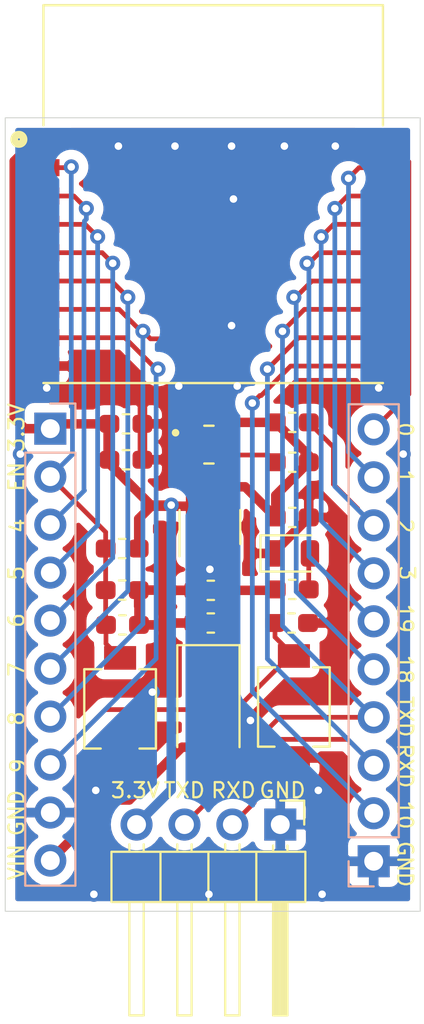
<source format=kicad_pcb>
(kicad_pcb (version 20171130) (host pcbnew "(5.1.4-0)")

  (general
    (thickness 1.6)
    (drawings 28)
    (tracks 211)
    (zones 0)
    (modules 22)
    (nets 24)
  )

  (page A4)
  (title_block
    (title "E-Tinkers ESP32-C3 Dev Board")
    (date 2021-09-04)
    (rev V1.0)
    (company E-Tinkers.com)
    (comment 3 https://www.e-tinkers.com)
    (comment 4 "Designed BY: Henry Cheung")
  )

  (layers
    (0 F.Cu signal)
    (31 B.Cu signal)
    (32 B.Adhes user)
    (33 F.Adhes user)
    (34 B.Paste user)
    (35 F.Paste user)
    (36 B.SilkS user)
    (37 F.SilkS user)
    (38 B.Mask user)
    (39 F.Mask user)
    (40 Dwgs.User user)
    (41 Cmts.User user)
    (42 Eco1.User user)
    (43 Eco2.User user)
    (44 Edge.Cuts user)
    (45 Margin user)
    (46 B.CrtYd user)
    (47 F.CrtYd user)
    (48 B.Fab user hide)
    (49 F.Fab user hide)
  )

  (setup
    (last_trace_width 0.25)
    (user_trace_width 0.5)
    (trace_clearance 0.2)
    (zone_clearance 0.508)
    (zone_45_only no)
    (trace_min 0.2)
    (via_size 0.8)
    (via_drill 0.4)
    (via_min_size 0.4)
    (via_min_drill 0.3)
    (uvia_size 0.3)
    (uvia_drill 0.1)
    (uvias_allowed no)
    (uvia_min_size 0.2)
    (uvia_min_drill 0.1)
    (edge_width 0.05)
    (segment_width 0.2)
    (pcb_text_width 0.3)
    (pcb_text_size 1.5 1.5)
    (mod_edge_width 0.12)
    (mod_text_size 0.8 0.8)
    (mod_text_width 0.15)
    (pad_size 1.524 1.524)
    (pad_drill 0.762)
    (pad_to_mask_clearance 0.051)
    (solder_mask_min_width 0.25)
    (aux_axis_origin 0 0)
    (visible_elements FFFFFF7F)
    (pcbplotparams
      (layerselection 0x010fc_ffffffff)
      (usegerberextensions false)
      (usegerberattributes false)
      (usegerberadvancedattributes false)
      (creategerberjobfile false)
      (excludeedgelayer true)
      (linewidth 0.100000)
      (plotframeref false)
      (viasonmask false)
      (mode 1)
      (useauxorigin false)
      (hpglpennumber 1)
      (hpglpenspeed 20)
      (hpglpendiameter 15.000000)
      (psnegative false)
      (psa4output false)
      (plotreference true)
      (plotvalue true)
      (plotinvisibletext false)
      (padsonsilk false)
      (subtractmaskfromsilk false)
      (outputformat 1)
      (mirror false)
      (drillshape 0)
      (scaleselection 1)
      (outputdirectory "gerber/"))
  )

  (net 0 "")
  (net 1 GND)
  (net 2 PWR)
  (net 3 3.3V)
  (net 4 EN)
  (net 5 IO9)
  (net 6 VIN)
  (net 7 "Net-(D2-Pad2)")
  (net 8 IO4)
  (net 9 IO5)
  (net 10 IO6)
  (net 11 IO7)
  (net 12 IO8)
  (net 13 IO0)
  (net 14 IO1)
  (net 15 IO2)
  (net 16 IO3)
  (net 17 IO19)
  (net 18 IO18)
  (net 19 TXD)
  (net 20 RXD)
  (net 21 IO10)
  (net 22 "Net-(U1-Pad4)")
  (net 23 "Net-(U2-Pad1)")

  (net_class Default "This is the default net class."
    (clearance 0.2)
    (trace_width 0.25)
    (via_dia 0.8)
    (via_drill 0.4)
    (uvia_dia 0.3)
    (uvia_drill 0.1)
    (add_net 3.3V)
    (add_net EN)
    (add_net GND)
    (add_net IO0)
    (add_net IO1)
    (add_net IO10)
    (add_net IO18)
    (add_net IO19)
    (add_net IO2)
    (add_net IO3)
    (add_net IO4)
    (add_net IO5)
    (add_net IO6)
    (add_net IO7)
    (add_net IO8)
    (add_net IO9)
    (add_net "Net-(D2-Pad2)")
    (add_net "Net-(U1-Pad4)")
    (add_net "Net-(U2-Pad1)")
    (add_net PWR)
    (add_net RXD)
    (add_net TXD)
    (add_net VIN)
  )

  (module Capacitor_SMD:C_0603_1608Metric_Pad1.05x0.95mm_HandSolder (layer F.Cu) (tedit 5B301BBE) (tstamp 61331E8F)
    (at 207.899 93.012 180)
    (descr "Capacitor SMD 0603 (1608 Metric), square (rectangular) end terminal, IPC_7351 nominal with elongated pad for handsoldering. (Body size source: http://www.tortai-tech.com/upload/download/2011102023233369053.pdf), generated with kicad-footprint-generator")
    (tags "capacitor handsolder")
    (path /614455A1)
    (attr smd)
    (fp_text reference C1 (at 0 -1.43) (layer F.Fab)
      (effects (font (size 1 1) (thickness 0.15)))
    )
    (fp_text value 10uF (at 0 1.43) (layer F.Fab)
      (effects (font (size 1 1) (thickness 0.15)))
    )
    (fp_text user %R (at 0 0) (layer F.Fab)
      (effects (font (size 0.4 0.4) (thickness 0.06)))
    )
    (fp_line (start 1.65 0.73) (end -1.65 0.73) (layer F.CrtYd) (width 0.05))
    (fp_line (start 1.65 -0.73) (end 1.65 0.73) (layer F.CrtYd) (width 0.05))
    (fp_line (start -1.65 -0.73) (end 1.65 -0.73) (layer F.CrtYd) (width 0.05))
    (fp_line (start -1.65 0.73) (end -1.65 -0.73) (layer F.CrtYd) (width 0.05))
    (fp_line (start -0.171267 0.51) (end 0.171267 0.51) (layer F.SilkS) (width 0.12))
    (fp_line (start -0.171267 -0.51) (end 0.171267 -0.51) (layer F.SilkS) (width 0.12))
    (fp_line (start 0.8 0.4) (end -0.8 0.4) (layer F.Fab) (width 0.1))
    (fp_line (start 0.8 -0.4) (end 0.8 0.4) (layer F.Fab) (width 0.1))
    (fp_line (start -0.8 -0.4) (end 0.8 -0.4) (layer F.Fab) (width 0.1))
    (fp_line (start -0.8 0.4) (end -0.8 -0.4) (layer F.Fab) (width 0.1))
    (pad 2 smd roundrect (at 0.875 0 180) (size 1.05 0.95) (layers F.Cu F.Paste F.Mask) (roundrect_rratio 0.25)
      (net 1 GND))
    (pad 1 smd roundrect (at -0.875 0 180) (size 1.05 0.95) (layers F.Cu F.Paste F.Mask) (roundrect_rratio 0.25)
      (net 2 PWR))
    (model ${KISYS3DMOD}/Capacitor_SMD.3dshapes/C_0603_1608Metric.wrl
      (at (xyz 0 0 0))
      (scale (xyz 1 1 1))
      (rotate (xyz 0 0 0))
    )
  )

  (module Capacitor_SMD:C_0603_1608Metric_Pad1.05x0.95mm_HandSolder (layer F.Cu) (tedit 5B301BBE) (tstamp 61331EA0)
    (at 207.899 94.742 180)
    (descr "Capacitor SMD 0603 (1608 Metric), square (rectangular) end terminal, IPC_7351 nominal with elongated pad for handsoldering. (Body size source: http://www.tortai-tech.com/upload/download/2011102023233369053.pdf), generated with kicad-footprint-generator")
    (tags "capacitor handsolder")
    (path /6133E57F)
    (attr smd)
    (fp_text reference C2 (at 0 -1.43) (layer F.Fab)
      (effects (font (size 1 1) (thickness 0.15)))
    )
    (fp_text value 0.1uF (at 0 1.43) (layer F.Fab)
      (effects (font (size 1 1) (thickness 0.15)))
    )
    (fp_text user %R (at 0 0) (layer F.Fab)
      (effects (font (size 0.4 0.4) (thickness 0.06)))
    )
    (fp_line (start 1.65 0.73) (end -1.65 0.73) (layer F.CrtYd) (width 0.05))
    (fp_line (start 1.65 -0.73) (end 1.65 0.73) (layer F.CrtYd) (width 0.05))
    (fp_line (start -1.65 -0.73) (end 1.65 -0.73) (layer F.CrtYd) (width 0.05))
    (fp_line (start -1.65 0.73) (end -1.65 -0.73) (layer F.CrtYd) (width 0.05))
    (fp_line (start -0.171267 0.51) (end 0.171267 0.51) (layer F.SilkS) (width 0.12))
    (fp_line (start -0.171267 -0.51) (end 0.171267 -0.51) (layer F.SilkS) (width 0.12))
    (fp_line (start 0.8 0.4) (end -0.8 0.4) (layer F.Fab) (width 0.1))
    (fp_line (start 0.8 -0.4) (end 0.8 0.4) (layer F.Fab) (width 0.1))
    (fp_line (start -0.8 -0.4) (end 0.8 -0.4) (layer F.Fab) (width 0.1))
    (fp_line (start -0.8 0.4) (end -0.8 -0.4) (layer F.Fab) (width 0.1))
    (pad 2 smd roundrect (at 0.875 0 180) (size 1.05 0.95) (layers F.Cu F.Paste F.Mask) (roundrect_rratio 0.25)
      (net 1 GND))
    (pad 1 smd roundrect (at -0.875 0 180) (size 1.05 0.95) (layers F.Cu F.Paste F.Mask) (roundrect_rratio 0.25)
      (net 2 PWR))
    (model ${KISYS3DMOD}/Capacitor_SMD.3dshapes/C_0603_1608Metric.wrl
      (at (xyz 0 0 0))
      (scale (xyz 1 1 1))
      (rotate (xyz 0 0 0))
    )
  )

  (module Capacitor_SMD:C_0603_1608Metric_Pad1.05x0.95mm_HandSolder (layer F.Cu) (tedit 5B301BBE) (tstamp 61331EB1)
    (at 212.217 89.154)
    (descr "Capacitor SMD 0603 (1608 Metric), square (rectangular) end terminal, IPC_7351 nominal with elongated pad for handsoldering. (Body size source: http://www.tortai-tech.com/upload/download/2011102023233369053.pdf), generated with kicad-footprint-generator")
    (tags "capacitor handsolder")
    (path /6133F4E6)
    (attr smd)
    (fp_text reference C3 (at 0 -1.43) (layer F.Fab)
      (effects (font (size 1 1) (thickness 0.15)))
    )
    (fp_text value 10uF (at 0 1.43) (layer F.Fab)
      (effects (font (size 1 1) (thickness 0.15)))
    )
    (fp_line (start -0.8 0.4) (end -0.8 -0.4) (layer F.Fab) (width 0.1))
    (fp_line (start -0.8 -0.4) (end 0.8 -0.4) (layer F.Fab) (width 0.1))
    (fp_line (start 0.8 -0.4) (end 0.8 0.4) (layer F.Fab) (width 0.1))
    (fp_line (start 0.8 0.4) (end -0.8 0.4) (layer F.Fab) (width 0.1))
    (fp_line (start -0.171267 -0.51) (end 0.171267 -0.51) (layer F.SilkS) (width 0.12))
    (fp_line (start -0.171267 0.51) (end 0.171267 0.51) (layer F.SilkS) (width 0.12))
    (fp_line (start -1.65 0.73) (end -1.65 -0.73) (layer F.CrtYd) (width 0.05))
    (fp_line (start -1.65 -0.73) (end 1.65 -0.73) (layer F.CrtYd) (width 0.05))
    (fp_line (start 1.65 -0.73) (end 1.65 0.73) (layer F.CrtYd) (width 0.05))
    (fp_line (start 1.65 0.73) (end -1.65 0.73) (layer F.CrtYd) (width 0.05))
    (fp_text user %R (at 0 0) (layer F.Fab)
      (effects (font (size 0.4 0.4) (thickness 0.06)))
    )
    (pad 1 smd roundrect (at -0.875 0) (size 1.05 0.95) (layers F.Cu F.Paste F.Mask) (roundrect_rratio 0.25)
      (net 3 3.3V))
    (pad 2 smd roundrect (at 0.875 0) (size 1.05 0.95) (layers F.Cu F.Paste F.Mask) (roundrect_rratio 0.25)
      (net 1 GND))
    (model ${KISYS3DMOD}/Capacitor_SMD.3dshapes/C_0603_1608Metric.wrl
      (at (xyz 0 0 0))
      (scale (xyz 1 1 1))
      (rotate (xyz 0 0 0))
    )
  )

  (module Capacitor_SMD:C_0603_1608Metric_Pad1.05x0.95mm_HandSolder (layer F.Cu) (tedit 5B301BBE) (tstamp 61331EC2)
    (at 203.4 86.1)
    (descr "Capacitor SMD 0603 (1608 Metric), square (rectangular) end terminal, IPC_7351 nominal with elongated pad for handsoldering. (Body size source: http://www.tortai-tech.com/upload/download/2011102023233369053.pdf), generated with kicad-footprint-generator")
    (tags "capacitor handsolder")
    (path /61332FD9)
    (attr smd)
    (fp_text reference C4 (at 0 -1.43) (layer F.Fab)
      (effects (font (size 1 1) (thickness 0.15)))
    )
    (fp_text value 10uF (at 0 1.43) (layer F.Fab)
      (effects (font (size 1 1) (thickness 0.15)))
    )
    (fp_line (start -0.8 0.4) (end -0.8 -0.4) (layer F.Fab) (width 0.1))
    (fp_line (start -0.8 -0.4) (end 0.8 -0.4) (layer F.Fab) (width 0.1))
    (fp_line (start 0.8 -0.4) (end 0.8 0.4) (layer F.Fab) (width 0.1))
    (fp_line (start 0.8 0.4) (end -0.8 0.4) (layer F.Fab) (width 0.1))
    (fp_line (start -0.171267 -0.51) (end 0.171267 -0.51) (layer F.SilkS) (width 0.12))
    (fp_line (start -0.171267 0.51) (end 0.171267 0.51) (layer F.SilkS) (width 0.12))
    (fp_line (start -1.65 0.73) (end -1.65 -0.73) (layer F.CrtYd) (width 0.05))
    (fp_line (start -1.65 -0.73) (end 1.65 -0.73) (layer F.CrtYd) (width 0.05))
    (fp_line (start 1.65 -0.73) (end 1.65 0.73) (layer F.CrtYd) (width 0.05))
    (fp_line (start 1.65 0.73) (end -1.65 0.73) (layer F.CrtYd) (width 0.05))
    (fp_text user %R (at 0 0) (layer F.Fab)
      (effects (font (size 0.4 0.4) (thickness 0.06)))
    )
    (pad 1 smd roundrect (at -0.875 0) (size 1.05 0.95) (layers F.Cu F.Paste F.Mask) (roundrect_rratio 0.25)
      (net 3 3.3V))
    (pad 2 smd roundrect (at 0.875 0) (size 1.05 0.95) (layers F.Cu F.Paste F.Mask) (roundrect_rratio 0.25)
      (net 1 GND))
    (model ${KISYS3DMOD}/Capacitor_SMD.3dshapes/C_0603_1608Metric.wrl
      (at (xyz 0 0 0))
      (scale (xyz 1 1 1))
      (rotate (xyz 0 0 0))
    )
  )

  (module Capacitor_SMD:C_0603_1608Metric_Pad1.05x0.95mm_HandSolder (layer F.Cu) (tedit 5B301BBE) (tstamp 61331ED3)
    (at 203.4 84.2)
    (descr "Capacitor SMD 0603 (1608 Metric), square (rectangular) end terminal, IPC_7351 nominal with elongated pad for handsoldering. (Body size source: http://www.tortai-tech.com/upload/download/2011102023233369053.pdf), generated with kicad-footprint-generator")
    (tags "capacitor handsolder")
    (path /61333EAC)
    (attr smd)
    (fp_text reference C5 (at 0 -1.43) (layer F.Fab)
      (effects (font (size 1 1) (thickness 0.15)))
    )
    (fp_text value 0.1uF (at 0 1.43) (layer F.Fab)
      (effects (font (size 1 1) (thickness 0.15)))
    )
    (fp_text user %R (at 0 0) (layer F.Fab)
      (effects (font (size 0.4 0.4) (thickness 0.06)))
    )
    (fp_line (start 1.65 0.73) (end -1.65 0.73) (layer F.CrtYd) (width 0.05))
    (fp_line (start 1.65 -0.73) (end 1.65 0.73) (layer F.CrtYd) (width 0.05))
    (fp_line (start -1.65 -0.73) (end 1.65 -0.73) (layer F.CrtYd) (width 0.05))
    (fp_line (start -1.65 0.73) (end -1.65 -0.73) (layer F.CrtYd) (width 0.05))
    (fp_line (start -0.171267 0.51) (end 0.171267 0.51) (layer F.SilkS) (width 0.12))
    (fp_line (start -0.171267 -0.51) (end 0.171267 -0.51) (layer F.SilkS) (width 0.12))
    (fp_line (start 0.8 0.4) (end -0.8 0.4) (layer F.Fab) (width 0.1))
    (fp_line (start 0.8 -0.4) (end 0.8 0.4) (layer F.Fab) (width 0.1))
    (fp_line (start -0.8 -0.4) (end 0.8 -0.4) (layer F.Fab) (width 0.1))
    (fp_line (start -0.8 0.4) (end -0.8 -0.4) (layer F.Fab) (width 0.1))
    (pad 2 smd roundrect (at 0.875 0) (size 1.05 0.95) (layers F.Cu F.Paste F.Mask) (roundrect_rratio 0.25)
      (net 1 GND))
    (pad 1 smd roundrect (at -0.875 0) (size 1.05 0.95) (layers F.Cu F.Paste F.Mask) (roundrect_rratio 0.25)
      (net 3 3.3V))
    (model ${KISYS3DMOD}/Capacitor_SMD.3dshapes/C_0603_1608Metric.wrl
      (at (xyz 0 0 0))
      (scale (xyz 1 1 1))
      (rotate (xyz 0 0 0))
    )
  )

  (module Capacitor_SMD:C_0603_1608Metric_Pad1.05x0.95mm_HandSolder (layer F.Cu) (tedit 5B301BBE) (tstamp 61331EE4)
    (at 203.217 94.842)
    (descr "Capacitor SMD 0603 (1608 Metric), square (rectangular) end terminal, IPC_7351 nominal with elongated pad for handsoldering. (Body size source: http://www.tortai-tech.com/upload/download/2011102023233369053.pdf), generated with kicad-footprint-generator")
    (tags "capacitor handsolder")
    (path /613395A5)
    (attr smd)
    (fp_text reference C6 (at 0 -1.43) (layer F.Fab)
      (effects (font (size 1 1) (thickness 0.15)))
    )
    (fp_text value 0.1uF (at 0 1.43) (layer F.Fab)
      (effects (font (size 1 1) (thickness 0.15)))
    )
    (fp_text user %R (at 0 0) (layer F.Fab)
      (effects (font (size 0.4 0.4) (thickness 0.06)))
    )
    (fp_line (start 1.65 0.73) (end -1.65 0.73) (layer F.CrtYd) (width 0.05))
    (fp_line (start 1.65 -0.73) (end 1.65 0.73) (layer F.CrtYd) (width 0.05))
    (fp_line (start -1.65 -0.73) (end 1.65 -0.73) (layer F.CrtYd) (width 0.05))
    (fp_line (start -1.65 0.73) (end -1.65 -0.73) (layer F.CrtYd) (width 0.05))
    (fp_line (start -0.171267 0.51) (end 0.171267 0.51) (layer F.SilkS) (width 0.12))
    (fp_line (start -0.171267 -0.51) (end 0.171267 -0.51) (layer F.SilkS) (width 0.12))
    (fp_line (start 0.8 0.4) (end -0.8 0.4) (layer F.Fab) (width 0.1))
    (fp_line (start 0.8 -0.4) (end 0.8 0.4) (layer F.Fab) (width 0.1))
    (fp_line (start -0.8 -0.4) (end 0.8 -0.4) (layer F.Fab) (width 0.1))
    (fp_line (start -0.8 0.4) (end -0.8 -0.4) (layer F.Fab) (width 0.1))
    (pad 2 smd roundrect (at 0.875 0) (size 1.05 0.95) (layers F.Cu F.Paste F.Mask) (roundrect_rratio 0.25)
      (net 1 GND))
    (pad 1 smd roundrect (at -0.875 0) (size 1.05 0.95) (layers F.Cu F.Paste F.Mask) (roundrect_rratio 0.25)
      (net 4 EN))
    (model ${KISYS3DMOD}/Capacitor_SMD.3dshapes/C_0603_1608Metric.wrl
      (at (xyz 0 0 0))
      (scale (xyz 1 1 1))
      (rotate (xyz 0 0 0))
    )
  )

  (module Capacitor_SMD:C_0603_1608Metric_Pad1.05x0.95mm_HandSolder (layer F.Cu) (tedit 5B301BBE) (tstamp 61331EF5)
    (at 203.2 93)
    (descr "Capacitor SMD 0603 (1608 Metric), square (rectangular) end terminal, IPC_7351 nominal with elongated pad for handsoldering. (Body size source: http://www.tortai-tech.com/upload/download/2011102023233369053.pdf), generated with kicad-footprint-generator")
    (tags "capacitor handsolder")
    (path /6133527B)
    (attr smd)
    (fp_text reference C7 (at 0 -1.43) (layer F.Fab)
      (effects (font (size 1 1) (thickness 0.15)))
    )
    (fp_text value 1uF (at 0 1.43) (layer F.Fab)
      (effects (font (size 1 1) (thickness 0.15)))
    )
    (fp_line (start -0.8 0.4) (end -0.8 -0.4) (layer F.Fab) (width 0.1))
    (fp_line (start -0.8 -0.4) (end 0.8 -0.4) (layer F.Fab) (width 0.1))
    (fp_line (start 0.8 -0.4) (end 0.8 0.4) (layer F.Fab) (width 0.1))
    (fp_line (start 0.8 0.4) (end -0.8 0.4) (layer F.Fab) (width 0.1))
    (fp_line (start -0.171267 -0.51) (end 0.171267 -0.51) (layer F.SilkS) (width 0.12))
    (fp_line (start -0.171267 0.51) (end 0.171267 0.51) (layer F.SilkS) (width 0.12))
    (fp_line (start -1.65 0.73) (end -1.65 -0.73) (layer F.CrtYd) (width 0.05))
    (fp_line (start -1.65 -0.73) (end 1.65 -0.73) (layer F.CrtYd) (width 0.05))
    (fp_line (start 1.65 -0.73) (end 1.65 0.73) (layer F.CrtYd) (width 0.05))
    (fp_line (start 1.65 0.73) (end -1.65 0.73) (layer F.CrtYd) (width 0.05))
    (fp_text user %R (at 0 0) (layer F.Fab)
      (effects (font (size 0.4 0.4) (thickness 0.06)))
    )
    (pad 1 smd roundrect (at -0.875 0) (size 1.05 0.95) (layers F.Cu F.Paste F.Mask) (roundrect_rratio 0.25)
      (net 4 EN))
    (pad 2 smd roundrect (at 0.875 0) (size 1.05 0.95) (layers F.Cu F.Paste F.Mask) (roundrect_rratio 0.25)
      (net 1 GND))
    (model ${KISYS3DMOD}/Capacitor_SMD.3dshapes/C_0603_1608Metric.wrl
      (at (xyz 0 0 0))
      (scale (xyz 1 1 1))
      (rotate (xyz 0 0 0))
    )
  )

  (module Capacitor_SMD:C_0603_1608Metric_Pad1.05x0.95mm_HandSolder (layer F.Cu) (tedit 5B301BBE) (tstamp 61331F06)
    (at 212.177 94.742)
    (descr "Capacitor SMD 0603 (1608 Metric), square (rectangular) end terminal, IPC_7351 nominal with elongated pad for handsoldering. (Body size source: http://www.tortai-tech.com/upload/download/2011102023233369053.pdf), generated with kicad-footprint-generator")
    (tags "capacitor handsolder")
    (path /61339B61)
    (attr smd)
    (fp_text reference C8 (at 0 -1.43) (layer F.Fab)
      (effects (font (size 1 1) (thickness 0.15)))
    )
    (fp_text value 0.1uF (at 0 1.43) (layer F.Fab)
      (effects (font (size 1 1) (thickness 0.15)))
    )
    (fp_line (start -0.8 0.4) (end -0.8 -0.4) (layer F.Fab) (width 0.1))
    (fp_line (start -0.8 -0.4) (end 0.8 -0.4) (layer F.Fab) (width 0.1))
    (fp_line (start 0.8 -0.4) (end 0.8 0.4) (layer F.Fab) (width 0.1))
    (fp_line (start 0.8 0.4) (end -0.8 0.4) (layer F.Fab) (width 0.1))
    (fp_line (start -0.171267 -0.51) (end 0.171267 -0.51) (layer F.SilkS) (width 0.12))
    (fp_line (start -0.171267 0.51) (end 0.171267 0.51) (layer F.SilkS) (width 0.12))
    (fp_line (start -1.65 0.73) (end -1.65 -0.73) (layer F.CrtYd) (width 0.05))
    (fp_line (start -1.65 -0.73) (end 1.65 -0.73) (layer F.CrtYd) (width 0.05))
    (fp_line (start 1.65 -0.73) (end 1.65 0.73) (layer F.CrtYd) (width 0.05))
    (fp_line (start 1.65 0.73) (end -1.65 0.73) (layer F.CrtYd) (width 0.05))
    (fp_text user %R (at 0 0) (layer F.Fab)
      (effects (font (size 0.4 0.4) (thickness 0.06)))
    )
    (pad 1 smd roundrect (at -0.875 0) (size 1.05 0.95) (layers F.Cu F.Paste F.Mask) (roundrect_rratio 0.25)
      (net 5 IO9))
    (pad 2 smd roundrect (at 0.875 0) (size 1.05 0.95) (layers F.Cu F.Paste F.Mask) (roundrect_rratio 0.25)
      (net 1 GND))
    (model ${KISYS3DMOD}/Capacitor_SMD.3dshapes/C_0603_1608Metric.wrl
      (at (xyz 0 0 0))
      (scale (xyz 1 1 1))
      (rotate (xyz 0 0 0))
    )
  )

  (module Diode_SMD:D_SMA (layer F.Cu) (tedit 586432E5) (tstamp 61331F1E)
    (at 207.772 99.314 270)
    (descr "Diode SMA (DO-214AC)")
    (tags "Diode SMA (DO-214AC)")
    (path /6133FE42)
    (attr smd)
    (fp_text reference D1 (at 0 -2.5 90) (layer F.Fab)
      (effects (font (size 1 1) (thickness 0.15)))
    )
    (fp_text value SS12 (at 0 2.6 90) (layer F.Fab)
      (effects (font (size 1 1) (thickness 0.15)))
    )
    (fp_text user %R (at 0 -2.5 90) (layer F.Fab)
      (effects (font (size 1 1) (thickness 0.15)))
    )
    (fp_line (start -3.4 -1.65) (end -3.4 1.65) (layer F.SilkS) (width 0.12))
    (fp_line (start 2.3 1.5) (end -2.3 1.5) (layer F.Fab) (width 0.1))
    (fp_line (start -2.3 1.5) (end -2.3 -1.5) (layer F.Fab) (width 0.1))
    (fp_line (start 2.3 -1.5) (end 2.3 1.5) (layer F.Fab) (width 0.1))
    (fp_line (start 2.3 -1.5) (end -2.3 -1.5) (layer F.Fab) (width 0.1))
    (fp_line (start -3.5 -1.75) (end 3.5 -1.75) (layer F.CrtYd) (width 0.05))
    (fp_line (start 3.5 -1.75) (end 3.5 1.75) (layer F.CrtYd) (width 0.05))
    (fp_line (start 3.5 1.75) (end -3.5 1.75) (layer F.CrtYd) (width 0.05))
    (fp_line (start -3.5 1.75) (end -3.5 -1.75) (layer F.CrtYd) (width 0.05))
    (fp_line (start -0.64944 0.00102) (end -1.55114 0.00102) (layer F.Fab) (width 0.1))
    (fp_line (start 0.50118 0.00102) (end 1.4994 0.00102) (layer F.Fab) (width 0.1))
    (fp_line (start -0.64944 -0.79908) (end -0.64944 0.80112) (layer F.Fab) (width 0.1))
    (fp_line (start 0.50118 0.75032) (end 0.50118 -0.79908) (layer F.Fab) (width 0.1))
    (fp_line (start -0.64944 0.00102) (end 0.50118 0.75032) (layer F.Fab) (width 0.1))
    (fp_line (start -0.64944 0.00102) (end 0.50118 -0.79908) (layer F.Fab) (width 0.1))
    (fp_line (start -3.4 1.65) (end 2 1.65) (layer F.SilkS) (width 0.12))
    (fp_line (start -3.4 -1.65) (end 2 -1.65) (layer F.SilkS) (width 0.12))
    (pad 1 smd rect (at -2 0 270) (size 2.5 1.8) (layers F.Cu F.Paste F.Mask)
      (net 2 PWR))
    (pad 2 smd rect (at 2 0 270) (size 2.5 1.8) (layers F.Cu F.Paste F.Mask)
      (net 6 VIN))
    (model ${KISYS3DMOD}/Diode_SMD.3dshapes/D_SMA.wrl
      (at (xyz 0 0 0))
      (scale (xyz 1 1 1))
      (rotate (xyz 0 0 0))
    )
  )

  (module Connector_PinHeader_2.54mm:PinHeader_1x10_P2.54mm_Vertical (layer B.Cu) (tedit 59FED5CC) (tstamp 61331F4F)
    (at 199.39 84.455 180)
    (descr "Through hole straight pin header, 1x10, 2.54mm pitch, single row")
    (tags "Through hole pin header THT 1x10 2.54mm single row")
    (path /6132697A)
    (fp_text reference J1 (at 0 2.33) (layer B.Fab)
      (effects (font (size 1 1) (thickness 0.15)) (justify mirror))
    )
    (fp_text value Conn_01x10_Male (at 0 -25.19) (layer B.Fab)
      (effects (font (size 1 1) (thickness 0.15)) (justify mirror))
    )
    (fp_line (start -0.635 1.27) (end 1.27 1.27) (layer B.Fab) (width 0.1))
    (fp_line (start 1.27 1.27) (end 1.27 -24.13) (layer B.Fab) (width 0.1))
    (fp_line (start 1.27 -24.13) (end -1.27 -24.13) (layer B.Fab) (width 0.1))
    (fp_line (start -1.27 -24.13) (end -1.27 0.635) (layer B.Fab) (width 0.1))
    (fp_line (start -1.27 0.635) (end -0.635 1.27) (layer B.Fab) (width 0.1))
    (fp_line (start -1.33 -24.19) (end 1.33 -24.19) (layer B.SilkS) (width 0.12))
    (fp_line (start -1.33 -1.27) (end -1.33 -24.19) (layer B.SilkS) (width 0.12))
    (fp_line (start 1.33 -1.27) (end 1.33 -24.19) (layer B.SilkS) (width 0.12))
    (fp_line (start -1.33 -1.27) (end 1.33 -1.27) (layer B.SilkS) (width 0.12))
    (fp_line (start -1.33 0) (end -1.33 1.33) (layer B.SilkS) (width 0.12))
    (fp_line (start -1.33 1.33) (end 0 1.33) (layer B.SilkS) (width 0.12))
    (fp_line (start -1.8 1.8) (end -1.8 -24.65) (layer B.CrtYd) (width 0.05))
    (fp_line (start -1.8 -24.65) (end 1.8 -24.65) (layer B.CrtYd) (width 0.05))
    (fp_line (start 1.8 -24.65) (end 1.8 1.8) (layer B.CrtYd) (width 0.05))
    (fp_line (start 1.8 1.8) (end -1.8 1.8) (layer B.CrtYd) (width 0.05))
    (fp_text user %R (at 0 -11.43 270) (layer B.Fab)
      (effects (font (size 1 1) (thickness 0.15)) (justify mirror))
    )
    (pad 1 thru_hole rect (at 0 0 180) (size 1.7 1.7) (drill 1) (layers *.Cu *.Mask)
      (net 3 3.3V))
    (pad 2 thru_hole oval (at 0 -2.54 180) (size 1.7 1.7) (drill 1) (layers *.Cu *.Mask)
      (net 4 EN))
    (pad 3 thru_hole oval (at 0 -5.08 180) (size 1.7 1.7) (drill 1) (layers *.Cu *.Mask)
      (net 8 IO4))
    (pad 4 thru_hole oval (at 0 -7.62 180) (size 1.7 1.7) (drill 1) (layers *.Cu *.Mask)
      (net 9 IO5))
    (pad 5 thru_hole oval (at 0 -10.16 180) (size 1.7 1.7) (drill 1) (layers *.Cu *.Mask)
      (net 10 IO6))
    (pad 6 thru_hole oval (at 0 -12.7 180) (size 1.7 1.7) (drill 1) (layers *.Cu *.Mask)
      (net 11 IO7))
    (pad 7 thru_hole oval (at 0 -15.24 180) (size 1.7 1.7) (drill 1) (layers *.Cu *.Mask)
      (net 12 IO8))
    (pad 8 thru_hole oval (at 0 -17.78 180) (size 1.7 1.7) (drill 1) (layers *.Cu *.Mask)
      (net 5 IO9))
    (pad 9 thru_hole oval (at 0 -20.32 180) (size 1.7 1.7) (drill 1) (layers *.Cu *.Mask)
      (net 1 GND))
    (pad 10 thru_hole oval (at 0 -22.86 180) (size 1.7 1.7) (drill 1) (layers *.Cu *.Mask)
      (net 6 VIN))
    (model ${KISYS3DMOD}/Connector_PinHeader_2.54mm.3dshapes/PinHeader_1x10_P2.54mm_Vertical.wrl
      (at (xyz 0 0 0))
      (scale (xyz 1 1 1))
      (rotate (xyz 0 0 0))
    )
  )

  (module Connector_PinHeader_2.54mm:PinHeader_1x10_P2.54mm_Vertical (layer B.Cu) (tedit 59FED5CC) (tstamp 61331F6D)
    (at 216.535 107.352)
    (descr "Through hole straight pin header, 1x10, 2.54mm pitch, single row")
    (tags "Through hole pin header THT 1x10 2.54mm single row")
    (path /61329C3B)
    (fp_text reference J2 (at 0 2.33) (layer B.Fab)
      (effects (font (size 1 1) (thickness 0.15)) (justify mirror))
    )
    (fp_text value Conn_01x10_Male (at 0 -25.19) (layer B.Fab)
      (effects (font (size 1 1) (thickness 0.15)) (justify mirror))
    )
    (fp_text user %R (at 0 -11.43 -90) (layer B.Fab)
      (effects (font (size 1 1) (thickness 0.15)) (justify mirror))
    )
    (fp_line (start 1.8 1.8) (end -1.8 1.8) (layer B.CrtYd) (width 0.05))
    (fp_line (start 1.8 -24.65) (end 1.8 1.8) (layer B.CrtYd) (width 0.05))
    (fp_line (start -1.8 -24.65) (end 1.8 -24.65) (layer B.CrtYd) (width 0.05))
    (fp_line (start -1.8 1.8) (end -1.8 -24.65) (layer B.CrtYd) (width 0.05))
    (fp_line (start -1.33 1.33) (end 0 1.33) (layer B.SilkS) (width 0.12))
    (fp_line (start -1.33 0) (end -1.33 1.33) (layer B.SilkS) (width 0.12))
    (fp_line (start -1.33 -1.27) (end 1.33 -1.27) (layer B.SilkS) (width 0.12))
    (fp_line (start 1.33 -1.27) (end 1.33 -24.19) (layer B.SilkS) (width 0.12))
    (fp_line (start -1.33 -1.27) (end -1.33 -24.19) (layer B.SilkS) (width 0.12))
    (fp_line (start -1.33 -24.19) (end 1.33 -24.19) (layer B.SilkS) (width 0.12))
    (fp_line (start -1.27 0.635) (end -0.635 1.27) (layer B.Fab) (width 0.1))
    (fp_line (start -1.27 -24.13) (end -1.27 0.635) (layer B.Fab) (width 0.1))
    (fp_line (start 1.27 -24.13) (end -1.27 -24.13) (layer B.Fab) (width 0.1))
    (fp_line (start 1.27 1.27) (end 1.27 -24.13) (layer B.Fab) (width 0.1))
    (fp_line (start -0.635 1.27) (end 1.27 1.27) (layer B.Fab) (width 0.1))
    (pad 10 thru_hole oval (at 0 -22.86) (size 1.7 1.7) (drill 1) (layers *.Cu *.Mask)
      (net 13 IO0))
    (pad 9 thru_hole oval (at 0 -20.32) (size 1.7 1.7) (drill 1) (layers *.Cu *.Mask)
      (net 14 IO1))
    (pad 8 thru_hole oval (at 0 -17.78) (size 1.7 1.7) (drill 1) (layers *.Cu *.Mask)
      (net 15 IO2))
    (pad 7 thru_hole oval (at 0 -15.24) (size 1.7 1.7) (drill 1) (layers *.Cu *.Mask)
      (net 16 IO3))
    (pad 6 thru_hole oval (at 0 -12.7) (size 1.7 1.7) (drill 1) (layers *.Cu *.Mask)
      (net 17 IO19))
    (pad 5 thru_hole oval (at 0 -10.16) (size 1.7 1.7) (drill 1) (layers *.Cu *.Mask)
      (net 18 IO18))
    (pad 4 thru_hole oval (at 0 -7.62) (size 1.7 1.7) (drill 1) (layers *.Cu *.Mask)
      (net 19 TXD))
    (pad 3 thru_hole oval (at 0 -5.08) (size 1.7 1.7) (drill 1) (layers *.Cu *.Mask)
      (net 20 RXD))
    (pad 2 thru_hole oval (at 0 -2.54) (size 1.7 1.7) (drill 1) (layers *.Cu *.Mask)
      (net 21 IO10))
    (pad 1 thru_hole rect (at 0 0) (size 1.7 1.7) (drill 1) (layers *.Cu *.Mask)
      (net 1 GND))
    (model ${KISYS3DMOD}/Connector_PinHeader_2.54mm.3dshapes/PinHeader_1x10_P2.54mm_Vertical.wrl
      (at (xyz 0 0 0))
      (scale (xyz 1 1 1))
      (rotate (xyz 0 0 0))
    )
  )

  (module Connector_PinHeader_2.54mm:PinHeader_1x04_P2.54mm_Horizontal (layer F.Cu) (tedit 59FED5CB) (tstamp 61331FBA)
    (at 211.582 105.41 270)
    (descr "Through hole angled pin header, 1x04, 2.54mm pitch, 6mm pin length, single row")
    (tags "Through hole angled pin header THT 1x04 2.54mm single row")
    (path /61330F28)
    (fp_text reference J3 (at 4.385 -2.27 90) (layer F.Fab)
      (effects (font (size 1 1) (thickness 0.15)))
    )
    (fp_text value Conn_01x04_Male (at 4.385 9.89 90) (layer F.Fab)
      (effects (font (size 1 1) (thickness 0.15)))
    )
    (fp_line (start 2.135 -1.27) (end 4.04 -1.27) (layer F.Fab) (width 0.1))
    (fp_line (start 4.04 -1.27) (end 4.04 8.89) (layer F.Fab) (width 0.1))
    (fp_line (start 4.04 8.89) (end 1.5 8.89) (layer F.Fab) (width 0.1))
    (fp_line (start 1.5 8.89) (end 1.5 -0.635) (layer F.Fab) (width 0.1))
    (fp_line (start 1.5 -0.635) (end 2.135 -1.27) (layer F.Fab) (width 0.1))
    (fp_line (start -0.32 -0.32) (end 1.5 -0.32) (layer F.Fab) (width 0.1))
    (fp_line (start -0.32 -0.32) (end -0.32 0.32) (layer F.Fab) (width 0.1))
    (fp_line (start -0.32 0.32) (end 1.5 0.32) (layer F.Fab) (width 0.1))
    (fp_line (start 4.04 -0.32) (end 10.04 -0.32) (layer F.Fab) (width 0.1))
    (fp_line (start 10.04 -0.32) (end 10.04 0.32) (layer F.Fab) (width 0.1))
    (fp_line (start 4.04 0.32) (end 10.04 0.32) (layer F.Fab) (width 0.1))
    (fp_line (start -0.32 2.22) (end 1.5 2.22) (layer F.Fab) (width 0.1))
    (fp_line (start -0.32 2.22) (end -0.32 2.86) (layer F.Fab) (width 0.1))
    (fp_line (start -0.32 2.86) (end 1.5 2.86) (layer F.Fab) (width 0.1))
    (fp_line (start 4.04 2.22) (end 10.04 2.22) (layer F.Fab) (width 0.1))
    (fp_line (start 10.04 2.22) (end 10.04 2.86) (layer F.Fab) (width 0.1))
    (fp_line (start 4.04 2.86) (end 10.04 2.86) (layer F.Fab) (width 0.1))
    (fp_line (start -0.32 4.76) (end 1.5 4.76) (layer F.Fab) (width 0.1))
    (fp_line (start -0.32 4.76) (end -0.32 5.4) (layer F.Fab) (width 0.1))
    (fp_line (start -0.32 5.4) (end 1.5 5.4) (layer F.Fab) (width 0.1))
    (fp_line (start 4.04 4.76) (end 10.04 4.76) (layer F.Fab) (width 0.1))
    (fp_line (start 10.04 4.76) (end 10.04 5.4) (layer F.Fab) (width 0.1))
    (fp_line (start 4.04 5.4) (end 10.04 5.4) (layer F.Fab) (width 0.1))
    (fp_line (start -0.32 7.3) (end 1.5 7.3) (layer F.Fab) (width 0.1))
    (fp_line (start -0.32 7.3) (end -0.32 7.94) (layer F.Fab) (width 0.1))
    (fp_line (start -0.32 7.94) (end 1.5 7.94) (layer F.Fab) (width 0.1))
    (fp_line (start 4.04 7.3) (end 10.04 7.3) (layer F.Fab) (width 0.1))
    (fp_line (start 10.04 7.3) (end 10.04 7.94) (layer F.Fab) (width 0.1))
    (fp_line (start 4.04 7.94) (end 10.04 7.94) (layer F.Fab) (width 0.1))
    (fp_line (start 1.44 -1.33) (end 1.44 8.95) (layer F.SilkS) (width 0.12))
    (fp_line (start 1.44 8.95) (end 4.1 8.95) (layer F.SilkS) (width 0.12))
    (fp_line (start 4.1 8.95) (end 4.1 -1.33) (layer F.SilkS) (width 0.12))
    (fp_line (start 4.1 -1.33) (end 1.44 -1.33) (layer F.SilkS) (width 0.12))
    (fp_line (start 4.1 -0.38) (end 10.1 -0.38) (layer F.SilkS) (width 0.12))
    (fp_line (start 10.1 -0.38) (end 10.1 0.38) (layer F.SilkS) (width 0.12))
    (fp_line (start 10.1 0.38) (end 4.1 0.38) (layer F.SilkS) (width 0.12))
    (fp_line (start 4.1 -0.32) (end 10.1 -0.32) (layer F.SilkS) (width 0.12))
    (fp_line (start 4.1 -0.2) (end 10.1 -0.2) (layer F.SilkS) (width 0.12))
    (fp_line (start 4.1 -0.08) (end 10.1 -0.08) (layer F.SilkS) (width 0.12))
    (fp_line (start 4.1 0.04) (end 10.1 0.04) (layer F.SilkS) (width 0.12))
    (fp_line (start 4.1 0.16) (end 10.1 0.16) (layer F.SilkS) (width 0.12))
    (fp_line (start 4.1 0.28) (end 10.1 0.28) (layer F.SilkS) (width 0.12))
    (fp_line (start 1.11 -0.38) (end 1.44 -0.38) (layer F.SilkS) (width 0.12))
    (fp_line (start 1.11 0.38) (end 1.44 0.38) (layer F.SilkS) (width 0.12))
    (fp_line (start 1.44 1.27) (end 4.1 1.27) (layer F.SilkS) (width 0.12))
    (fp_line (start 4.1 2.16) (end 10.1 2.16) (layer F.SilkS) (width 0.12))
    (fp_line (start 10.1 2.16) (end 10.1 2.92) (layer F.SilkS) (width 0.12))
    (fp_line (start 10.1 2.92) (end 4.1 2.92) (layer F.SilkS) (width 0.12))
    (fp_line (start 1.042929 2.16) (end 1.44 2.16) (layer F.SilkS) (width 0.12))
    (fp_line (start 1.042929 2.92) (end 1.44 2.92) (layer F.SilkS) (width 0.12))
    (fp_line (start 1.44 3.81) (end 4.1 3.81) (layer F.SilkS) (width 0.12))
    (fp_line (start 4.1 4.7) (end 10.1 4.7) (layer F.SilkS) (width 0.12))
    (fp_line (start 10.1 4.7) (end 10.1 5.46) (layer F.SilkS) (width 0.12))
    (fp_line (start 10.1 5.46) (end 4.1 5.46) (layer F.SilkS) (width 0.12))
    (fp_line (start 1.042929 4.7) (end 1.44 4.7) (layer F.SilkS) (width 0.12))
    (fp_line (start 1.042929 5.46) (end 1.44 5.46) (layer F.SilkS) (width 0.12))
    (fp_line (start 1.44 6.35) (end 4.1 6.35) (layer F.SilkS) (width 0.12))
    (fp_line (start 4.1 7.24) (end 10.1 7.24) (layer F.SilkS) (width 0.12))
    (fp_line (start 10.1 7.24) (end 10.1 8) (layer F.SilkS) (width 0.12))
    (fp_line (start 10.1 8) (end 4.1 8) (layer F.SilkS) (width 0.12))
    (fp_line (start 1.042929 7.24) (end 1.44 7.24) (layer F.SilkS) (width 0.12))
    (fp_line (start 1.042929 8) (end 1.44 8) (layer F.SilkS) (width 0.12))
    (fp_line (start -1.27 0) (end -1.27 -1.27) (layer F.SilkS) (width 0.12))
    (fp_line (start -1.27 -1.27) (end 0 -1.27) (layer F.SilkS) (width 0.12))
    (fp_line (start -1.8 -1.8) (end -1.8 9.4) (layer F.CrtYd) (width 0.05))
    (fp_line (start -1.8 9.4) (end 10.55 9.4) (layer F.CrtYd) (width 0.05))
    (fp_line (start 10.55 9.4) (end 10.55 -1.8) (layer F.CrtYd) (width 0.05))
    (fp_line (start 10.55 -1.8) (end -1.8 -1.8) (layer F.CrtYd) (width 0.05))
    (fp_text user %R (at 2.77 3.81) (layer F.Fab)
      (effects (font (size 1 1) (thickness 0.15)))
    )
    (pad 1 thru_hole rect (at 0 0 270) (size 1.7 1.7) (drill 1) (layers *.Cu *.Mask)
      (net 1 GND))
    (pad 2 thru_hole oval (at 0 2.54 270) (size 1.7 1.7) (drill 1) (layers *.Cu *.Mask)
      (net 20 RXD))
    (pad 3 thru_hole oval (at 0 5.08 270) (size 1.7 1.7) (drill 1) (layers *.Cu *.Mask)
      (net 19 TXD))
    (pad 4 thru_hole oval (at 0 7.62 270) (size 1.7 1.7) (drill 1) (layers *.Cu *.Mask)
      (net 3 3.3V))
    (model ${KISYS3DMOD}/Connector_PinHeader_2.54mm.3dshapes/PinHeader_1x04_P2.54mm_Horizontal.wrl
      (at (xyz 0 0 0))
      (scale (xyz 1 1 1))
      (rotate (xyz 0 0 0))
    )
  )

  (module Resistor_SMD:R_0603_1608Metric_Pad1.05x0.95mm_HandSolder (layer F.Cu) (tedit 5B301BBD) (tstamp 61331FCB)
    (at 212.217 92.964)
    (descr "Resistor SMD 0603 (1608 Metric), square (rectangular) end terminal, IPC_7351 nominal with elongated pad for handsoldering. (Body size source: http://www.tortai-tech.com/upload/download/2011102023233369053.pdf), generated with kicad-footprint-generator")
    (tags "resistor handsolder")
    (path /61424E63)
    (attr smd)
    (fp_text reference R1 (at 0 -1.43) (layer F.Fab)
      (effects (font (size 1 1) (thickness 0.15)))
    )
    (fp_text value 2k (at 0 1.43) (layer F.Fab)
      (effects (font (size 1 1) (thickness 0.15)))
    )
    (fp_line (start -0.8 0.4) (end -0.8 -0.4) (layer F.Fab) (width 0.1))
    (fp_line (start -0.8 -0.4) (end 0.8 -0.4) (layer F.Fab) (width 0.1))
    (fp_line (start 0.8 -0.4) (end 0.8 0.4) (layer F.Fab) (width 0.1))
    (fp_line (start 0.8 0.4) (end -0.8 0.4) (layer F.Fab) (width 0.1))
    (fp_line (start -0.171267 -0.51) (end 0.171267 -0.51) (layer F.SilkS) (width 0.12))
    (fp_line (start -0.171267 0.51) (end 0.171267 0.51) (layer F.SilkS) (width 0.12))
    (fp_line (start -1.65 0.73) (end -1.65 -0.73) (layer F.CrtYd) (width 0.05))
    (fp_line (start -1.65 -0.73) (end 1.65 -0.73) (layer F.CrtYd) (width 0.05))
    (fp_line (start 1.65 -0.73) (end 1.65 0.73) (layer F.CrtYd) (width 0.05))
    (fp_line (start 1.65 0.73) (end -1.65 0.73) (layer F.CrtYd) (width 0.05))
    (fp_text user %R (at 0 0) (layer F.Fab)
      (effects (font (size 0.4 0.4) (thickness 0.06)))
    )
    (pad 1 smd roundrect (at -0.875 0) (size 1.05 0.95) (layers F.Cu F.Paste F.Mask) (roundrect_rratio 0.25)
      (net 2 PWR))
    (pad 2 smd roundrect (at 0.875 0) (size 1.05 0.95) (layers F.Cu F.Paste F.Mask) (roundrect_rratio 0.25)
      (net 7 "Net-(D2-Pad2)"))
    (model ${KISYS3DMOD}/Resistor_SMD.3dshapes/R_0603_1608Metric.wrl
      (at (xyz 0 0 0))
      (scale (xyz 1 1 1))
      (rotate (xyz 0 0 0))
    )
  )

  (module Resistor_SMD:R_0603_1608Metric_Pad1.05x0.95mm_HandSolder (layer F.Cu) (tedit 5B301BBD) (tstamp 61331FDC)
    (at 212.217 86.233 180)
    (descr "Resistor SMD 0603 (1608 Metric), square (rectangular) end terminal, IPC_7351 nominal with elongated pad for handsoldering. (Body size source: http://www.tortai-tech.com/upload/download/2011102023233369053.pdf), generated with kicad-footprint-generator")
    (tags "resistor handsolder")
    (path /6133ABD4)
    (attr smd)
    (fp_text reference R2 (at 0 -1.43) (layer F.Fab)
      (effects (font (size 1 1) (thickness 0.15)))
    )
    (fp_text value 10k (at 0 1.43) (layer F.Fab)
      (effects (font (size 1 1) (thickness 0.15)))
    )
    (fp_line (start -0.8 0.4) (end -0.8 -0.4) (layer F.Fab) (width 0.1))
    (fp_line (start -0.8 -0.4) (end 0.8 -0.4) (layer F.Fab) (width 0.1))
    (fp_line (start 0.8 -0.4) (end 0.8 0.4) (layer F.Fab) (width 0.1))
    (fp_line (start 0.8 0.4) (end -0.8 0.4) (layer F.Fab) (width 0.1))
    (fp_line (start -0.171267 -0.51) (end 0.171267 -0.51) (layer F.SilkS) (width 0.12))
    (fp_line (start -0.171267 0.51) (end 0.171267 0.51) (layer F.SilkS) (width 0.12))
    (fp_line (start -1.65 0.73) (end -1.65 -0.73) (layer F.CrtYd) (width 0.05))
    (fp_line (start -1.65 -0.73) (end 1.65 -0.73) (layer F.CrtYd) (width 0.05))
    (fp_line (start 1.65 -0.73) (end 1.65 0.73) (layer F.CrtYd) (width 0.05))
    (fp_line (start 1.65 0.73) (end -1.65 0.73) (layer F.CrtYd) (width 0.05))
    (fp_text user %R (at 0 0) (layer F.Fab)
      (effects (font (size 0.4 0.4) (thickness 0.06)))
    )
    (pad 1 smd roundrect (at -0.875 0 180) (size 1.05 0.95) (layers F.Cu F.Paste F.Mask) (roundrect_rratio 0.25)
      (net 3 3.3V))
    (pad 2 smd roundrect (at 0.875 0 180) (size 1.05 0.95) (layers F.Cu F.Paste F.Mask) (roundrect_rratio 0.25)
      (net 12 IO8))
    (model ${KISYS3DMOD}/Resistor_SMD.3dshapes/R_0603_1608Metric.wrl
      (at (xyz 0 0 0))
      (scale (xyz 1 1 1))
      (rotate (xyz 0 0 0))
    )
  )

  (module Resistor_SMD:R_0603_1608Metric_Pad1.05x0.95mm_HandSolder (layer F.Cu) (tedit 5B301BBD) (tstamp 61331FED)
    (at 212.217 84.122)
    (descr "Resistor SMD 0603 (1608 Metric), square (rectangular) end terminal, IPC_7351 nominal with elongated pad for handsoldering. (Body size source: http://www.tortai-tech.com/upload/download/2011102023233369053.pdf), generated with kicad-footprint-generator")
    (tags "resistor handsolder")
    (path /613359FD)
    (attr smd)
    (fp_text reference R3 (at 0 -1.43) (layer F.Fab)
      (effects (font (size 1 1) (thickness 0.15)))
    )
    (fp_text value 10k (at 0 1.43) (layer F.Fab)
      (effects (font (size 1 1) (thickness 0.15)))
    )
    (fp_line (start -0.8 0.4) (end -0.8 -0.4) (layer F.Fab) (width 0.1))
    (fp_line (start -0.8 -0.4) (end 0.8 -0.4) (layer F.Fab) (width 0.1))
    (fp_line (start 0.8 -0.4) (end 0.8 0.4) (layer F.Fab) (width 0.1))
    (fp_line (start 0.8 0.4) (end -0.8 0.4) (layer F.Fab) (width 0.1))
    (fp_line (start -0.171267 -0.51) (end 0.171267 -0.51) (layer F.SilkS) (width 0.12))
    (fp_line (start -0.171267 0.51) (end 0.171267 0.51) (layer F.SilkS) (width 0.12))
    (fp_line (start -1.65 0.73) (end -1.65 -0.73) (layer F.CrtYd) (width 0.05))
    (fp_line (start -1.65 -0.73) (end 1.65 -0.73) (layer F.CrtYd) (width 0.05))
    (fp_line (start 1.65 -0.73) (end 1.65 0.73) (layer F.CrtYd) (width 0.05))
    (fp_line (start 1.65 0.73) (end -1.65 0.73) (layer F.CrtYd) (width 0.05))
    (fp_text user %R (at 0 0) (layer F.Fab)
      (effects (font (size 0.4 0.4) (thickness 0.06)))
    )
    (pad 1 smd roundrect (at -0.875 0) (size 1.05 0.95) (layers F.Cu F.Paste F.Mask) (roundrect_rratio 0.25)
      (net 3 3.3V))
    (pad 2 smd roundrect (at 0.875 0) (size 1.05 0.95) (layers F.Cu F.Paste F.Mask) (roundrect_rratio 0.25)
      (net 15 IO2))
    (model ${KISYS3DMOD}/Resistor_SMD.3dshapes/R_0603_1608Metric.wrl
      (at (xyz 0 0 0))
      (scale (xyz 1 1 1))
      (rotate (xyz 0 0 0))
    )
  )

  (module Resistor_SMD:R_0603_1608Metric_Pad1.05x0.95mm_HandSolder (layer F.Cu) (tedit 5B301BBD) (tstamp 6133200F)
    (at 203.2 90.8 180)
    (descr "Resistor SMD 0603 (1608 Metric), square (rectangular) end terminal, IPC_7351 nominal with elongated pad for handsoldering. (Body size source: http://www.tortai-tech.com/upload/download/2011102023233369053.pdf), generated with kicad-footprint-generator")
    (tags "resistor handsolder")
    (path /61336980)
    (attr smd)
    (fp_text reference R5 (at 0 -1.43) (layer F.Fab)
      (effects (font (size 1 1) (thickness 0.15)))
    )
    (fp_text value 10k (at 0 1.43) (layer F.Fab)
      (effects (font (size 1 1) (thickness 0.15)))
    )
    (fp_text user %R (at 0 0) (layer F.Fab)
      (effects (font (size 0.4 0.4) (thickness 0.06)))
    )
    (fp_line (start 1.65 0.73) (end -1.65 0.73) (layer F.CrtYd) (width 0.05))
    (fp_line (start 1.65 -0.73) (end 1.65 0.73) (layer F.CrtYd) (width 0.05))
    (fp_line (start -1.65 -0.73) (end 1.65 -0.73) (layer F.CrtYd) (width 0.05))
    (fp_line (start -1.65 0.73) (end -1.65 -0.73) (layer F.CrtYd) (width 0.05))
    (fp_line (start -0.171267 0.51) (end 0.171267 0.51) (layer F.SilkS) (width 0.12))
    (fp_line (start -0.171267 -0.51) (end 0.171267 -0.51) (layer F.SilkS) (width 0.12))
    (fp_line (start 0.8 0.4) (end -0.8 0.4) (layer F.Fab) (width 0.1))
    (fp_line (start 0.8 -0.4) (end 0.8 0.4) (layer F.Fab) (width 0.1))
    (fp_line (start -0.8 -0.4) (end 0.8 -0.4) (layer F.Fab) (width 0.1))
    (fp_line (start -0.8 0.4) (end -0.8 -0.4) (layer F.Fab) (width 0.1))
    (pad 2 smd roundrect (at 0.875 0 180) (size 1.05 0.95) (layers F.Cu F.Paste F.Mask) (roundrect_rratio 0.25)
      (net 4 EN))
    (pad 1 smd roundrect (at -0.875 0 180) (size 1.05 0.95) (layers F.Cu F.Paste F.Mask) (roundrect_rratio 0.25)
      (net 3 3.3V))
    (model ${KISYS3DMOD}/Resistor_SMD.3dshapes/R_0603_1608Metric.wrl
      (at (xyz 0 0 0))
      (scale (xyz 1 1 1))
      (rotate (xyz 0 0 0))
    )
  )

  (module e-tinkers:SW_TS-1185-X-X (layer F.Cu) (tedit 602790D0) (tstamp 61332023)
    (at 203.09 99.287 90)
    (descr "Switch Tactile N.O. SPST SMD")
    (tags "switch tactile n.o. spst smd sw ts")
    (path /613372C9)
    (attr smd)
    (fp_text reference SW1 (at -1.025 -3.135 90) (layer F.Fab)
      (effects (font (size 1 1) (thickness 0.015)))
    )
    (fp_text value RESET (at 4.055 3.165 90) (layer F.Fab)
      (effects (font (size 1 1) (thickness 0.015)))
    )
    (fp_line (start -2.1 -1.9) (end 2.1 -1.9) (layer F.Fab) (width 0.127))
    (fp_line (start 2.1 -1.9) (end 2.1 1.9) (layer F.Fab) (width 0.127))
    (fp_line (start 2.1 1.9) (end -2.1 1.9) (layer F.Fab) (width 0.127))
    (fp_line (start -2.1 1.9) (end -2.1 -1.9) (layer F.Fab) (width 0.127))
    (fp_line (start -2.1 -1.03) (end -2.1 -1.9) (layer F.SilkS) (width 0.127))
    (fp_line (start -2.1 -1.9) (end 2.1 -1.9) (layer F.SilkS) (width 0.127))
    (fp_line (start 2.1 -1.87) (end 2.1 -1) (layer F.SilkS) (width 0.127))
    (fp_line (start -2.1 1.03) (end -2.1 1.9) (layer F.SilkS) (width 0.127))
    (fp_line (start -2.1 1.9) (end 2.1 1.9) (layer F.SilkS) (width 0.127))
    (fp_line (start 2.1 1.9) (end 2.1 1.03) (layer F.SilkS) (width 0.127))
    (fp_line (start -3.4 -1.8) (end 3.4 -1.8) (layer F.CrtYd) (width 0.05))
    (fp_line (start 3.4 -1.8) (end 3.4 1.8) (layer F.CrtYd) (width 0.05))
    (fp_line (start 3.4 1.8) (end -3.4 1.8) (layer F.CrtYd) (width 0.05))
    (fp_line (start -3.4 1.8) (end -3.4 -1.8) (layer F.CrtYd) (width 0.05))
    (pad 1 smd rect (at -2.7 0 180) (size 1.7 1.25) (layers F.Cu F.Paste F.Mask)
      (net 1 GND))
    (pad 2 smd rect (at 2.7 0 180) (size 1.7 1.25) (layers F.Cu F.Paste F.Mask)
      (net 4 EN))
  )

  (module e-tinkers:SW_TS-1185-X-X (layer F.Cu) (tedit 602790D0) (tstamp 61332037)
    (at 212.304 99.187 90)
    (descr "Switch Tactile N.O. SPST SMD")
    (tags "switch tactile n.o. spst smd sw ts")
    (path /6133995A)
    (attr smd)
    (fp_text reference SW2 (at -1.025 -3.135 90) (layer F.Fab)
      (effects (font (size 1 1) (thickness 0.015)))
    )
    (fp_text value FLASH (at 4.055 3.165 90) (layer F.Fab)
      (effects (font (size 1 1) (thickness 0.015)))
    )
    (fp_line (start -3.4 1.8) (end -3.4 -1.8) (layer F.CrtYd) (width 0.05))
    (fp_line (start 3.4 1.8) (end -3.4 1.8) (layer F.CrtYd) (width 0.05))
    (fp_line (start 3.4 -1.8) (end 3.4 1.8) (layer F.CrtYd) (width 0.05))
    (fp_line (start -3.4 -1.8) (end 3.4 -1.8) (layer F.CrtYd) (width 0.05))
    (fp_line (start 2.1 1.9) (end 2.1 1.03) (layer F.SilkS) (width 0.127))
    (fp_line (start -2.1 1.9) (end 2.1 1.9) (layer F.SilkS) (width 0.127))
    (fp_line (start -2.1 1.03) (end -2.1 1.9) (layer F.SilkS) (width 0.127))
    (fp_line (start 2.1 -1.87) (end 2.1 -1) (layer F.SilkS) (width 0.127))
    (fp_line (start -2.1 -1.9) (end 2.1 -1.9) (layer F.SilkS) (width 0.127))
    (fp_line (start -2.1 -1.03) (end -2.1 -1.9) (layer F.SilkS) (width 0.127))
    (fp_line (start -2.1 1.9) (end -2.1 -1.9) (layer F.Fab) (width 0.127))
    (fp_line (start 2.1 1.9) (end -2.1 1.9) (layer F.Fab) (width 0.127))
    (fp_line (start 2.1 -1.9) (end 2.1 1.9) (layer F.Fab) (width 0.127))
    (fp_line (start -2.1 -1.9) (end 2.1 -1.9) (layer F.Fab) (width 0.127))
    (pad 2 smd rect (at 2.7 0 180) (size 1.7 1.25) (layers F.Cu F.Paste F.Mask)
      (net 5 IO9))
    (pad 1 smd rect (at -2.7 0 180) (size 1.7 1.25) (layers F.Cu F.Paste F.Mask)
      (net 1 GND))
  )

  (module Package_TO_SOT_SMD:SOT-23-5 (layer F.Cu) (tedit 601A6C85) (tstamp 6133204C)
    (at 207.851 89.662 90)
    (descr "5-pin SOT23 package")
    (tags SOT-23-5)
    (path /6133B990)
    (attr smd)
    (fp_text reference U1 (at 0 -2.9 90) (layer F.Fab)
      (effects (font (size 1 1) (thickness 0.15)))
    )
    (fp_text value AP2112K-3.3 (at 0 2.9 90) (layer F.Fab)
      (effects (font (size 1 1) (thickness 0.15)))
    )
    (fp_text user %R (at 0 0) (layer F.Fab)
      (effects (font (size 0.5 0.5) (thickness 0.075)))
    )
    (fp_line (start -0.9 1.61) (end 0.9 1.61) (layer F.SilkS) (width 0.12))
    (fp_line (start 0.9 -1.61) (end -1.55 -1.61) (layer F.SilkS) (width 0.12))
    (fp_line (start -1.8 -1.8) (end 1.8 -1.8) (layer F.CrtYd) (width 0.05))
    (fp_line (start 1.8 -1.8) (end 1.8 1.8) (layer F.CrtYd) (width 0.05))
    (fp_line (start 1.8 1.8) (end -1.8 1.8) (layer F.CrtYd) (width 0.05))
    (fp_line (start -1.8 1.8) (end -1.8 -1.8) (layer F.CrtYd) (width 0.05))
    (fp_line (start -0.9 -0.9) (end -0.25 -1.55) (layer F.Fab) (width 0.1))
    (fp_line (start 0.9 -1.55) (end -0.25 -1.55) (layer F.Fab) (width 0.1))
    (fp_line (start -0.9 -0.9) (end -0.9 1.55) (layer F.Fab) (width 0.1))
    (fp_line (start 0.9 1.55) (end -0.9 1.55) (layer F.Fab) (width 0.1))
    (fp_line (start 0.9 -1.55) (end 0.9 1.55) (layer F.Fab) (width 0.1))
    (pad 1 smd rect (at -1.1 -0.95 90) (size 1.06 0.65) (layers F.Cu F.Paste F.Mask)
      (net 2 PWR))
    (pad 2 smd rect (at -1.1 0 90) (size 1.06 0.65) (layers F.Cu F.Paste F.Mask)
      (net 1 GND))
    (pad 3 smd rect (at -1.1 0.95 90) (size 1.06 0.65) (layers F.Cu F.Paste F.Mask)
      (net 2 PWR))
    (pad 4 smd rect (at 1.1 0.95 90) (size 1.06 0.65) (layers F.Cu F.Paste F.Mask)
      (net 22 "Net-(U1-Pad4)"))
    (pad 5 smd rect (at 1.1 -0.95 90) (size 1.06 0.65) (layers F.Cu F.Paste F.Mask)
      (net 3 3.3V))
    (model ${KISYS3DMOD}/Package_TO_SOT_SMD.3dshapes/SOT-23-5.wrl
      (at (xyz 0 0 0))
      (scale (xyz 1 1 1))
      (rotate (xyz 0 0 0))
    )
  )

  (module e-tinkers:LED_WS2812C-2020 (layer F.Cu) (tedit 6132C50C) (tstamp 61332060)
    (at 207.8 85.3)
    (path /61336E06)
    (fp_text reference U2 (at 0.032 -1.8564) (layer F.Fab)
      (effects (font (size 0.64 0.64) (thickness 0.15)))
    )
    (fp_text value WS2812C-2020 (at 4.5024 1.8564) (layer F.Fab)
      (effects (font (size 0.64 0.64) (thickness 0.15)))
    )
    (fp_line (start -1.1 -1) (end 1.1 -1) (layer F.Fab) (width 0.127))
    (fp_line (start 1.1 -1) (end 1.1 1) (layer F.Fab) (width 0.127))
    (fp_line (start 1.1 1) (end -1.1 1) (layer F.Fab) (width 0.127))
    (fp_line (start -1.1 1) (end -1.1 -1) (layer F.Fab) (width 0.127))
    (fp_line (start -1.515 1.25) (end 1.515 1.25) (layer F.CrtYd) (width 0.05))
    (fp_line (start 1.515 1.25) (end 1.515 -1.25) (layer F.CrtYd) (width 0.05))
    (fp_line (start 1.515 -1.25) (end -1.515 -1.25) (layer F.CrtYd) (width 0.05))
    (fp_line (start -1.515 -1.25) (end -1.515 1.25) (layer F.CrtYd) (width 0.05))
    (fp_circle (center -1.77 -0.63) (end -1.67 -0.63) (layer F.Fab) (width 0.2))
    (fp_line (start -0.245 -1) (end 0.245 -1) (layer F.SilkS) (width 0.127))
    (fp_line (start -0.245 1) (end 0.245 1) (layer F.SilkS) (width 0.127))
    (fp_circle (center -1.77 -0.63) (end -1.67 -0.63) (layer F.SilkS) (width 0.2))
    (pad 3 smd rect (at 0.915 0.55) (size 0.7 0.7) (layers F.Cu F.Paste F.Mask)
      (net 12 IO8))
    (pad 4 smd rect (at 0.915 -0.55) (size 0.7 0.7) (layers F.Cu F.Paste F.Mask)
      (net 3 3.3V))
    (pad 1 smd rect (at -0.915 -0.55) (size 0.7 0.7) (layers F.Cu F.Paste F.Mask)
      (net 23 "Net-(U2-Pad1)"))
    (pad 2 smd rect (at -0.915 0.55) (size 0.7 0.7) (layers F.Cu F.Paste F.Mask)
      (net 1 GND))
  )

  (module ESP32-C3-WROOM-02:MODULE_ESP32-C3-WROOM-02 (layer F.Cu) (tedit 61322851) (tstamp 61332096)
    (at 208.026 74.041)
    (descr ESP32-C3-WROOM-02)
    (tags "ESP32-C3 WROOM")
    (path /61324D19)
    (fp_text reference U3 (at -5.74641 -13.81016) (layer F.Fab)
      (effects (font (size 1.006079 1.006079) (thickness 0.15)))
    )
    (fp_text value ESP32-C3-WROOM-02 (at 0.778555 9.884325) (layer F.Fab)
      (effects (font (size 0.802638 0.802638) (thickness 0.15)))
    )
    (fp_line (start -9 8) (end 9 8) (layer F.Fab) (width 0.127))
    (fp_line (start 9 8) (end 9 -12) (layer F.Fab) (width 0.127))
    (fp_line (start 9 -12) (end -9 -12) (layer F.Fab) (width 0.127))
    (fp_line (start -9 -12) (end -9 8) (layer F.Fab) (width 0.127))
    (fp_line (start -7.62 -7.3025) (end -7.62 -11.1125) (layer F.Fab) (width 0.4064))
    (fp_line (start -7.62 -11.1125) (end -5.3975 -11.1125) (layer F.Fab) (width 0.4064))
    (fp_line (start -5.3975 -11.1125) (end -5.3975 -8.5725) (layer F.Fab) (width 0.4064))
    (fp_line (start -5.3975 -8.5725) (end -3.175 -8.5725) (layer F.Fab) (width 0.4064))
    (fp_line (start -3.175 -8.5725) (end -3.175 -11.1125) (layer F.Fab) (width 0.4064))
    (fp_line (start -3.175 -11.1125) (end -0.9525 -11.1125) (layer F.Fab) (width 0.4064))
    (fp_line (start -0.9525 -11.1125) (end -0.9525 -8.5725) (layer F.Fab) (width 0.4064))
    (fp_line (start -0.9525 -8.5725) (end 1.27 -8.5725) (layer F.Fab) (width 0.4064))
    (fp_line (start 1.27 -8.5725) (end 1.27 -11.1125) (layer F.Fab) (width 0.4064))
    (fp_line (start 1.27 -11.1125) (end 3.4925 -11.1125) (layer F.Fab) (width 0.4064))
    (fp_line (start 3.4925 -11.1125) (end 5.715 -11.1125) (layer F.Fab) (width 0.4064))
    (fp_line (start 5.715 -11.1125) (end 5.715 -6.0325) (layer F.Fab) (width 0.4064))
    (fp_line (start 3.4925 -11.1125) (end 3.4925 -6.0325) (layer F.Fab) (width 0.4064))
    (fp_line (start -7.825 7.15) (end 7.825 7.15) (layer F.Fab) (width 0.127))
    (fp_line (start 7.825 7.15) (end 7.825 -5.1) (layer F.Fab) (width 0.127))
    (fp_line (start 7.825 -5.1) (end -7.825 -5.1) (layer F.Fab) (width 0.127))
    (fp_line (start -7.825 -5.1) (end -7.825 7.15) (layer F.Fab) (width 0.127))
    (fp_line (start -9 8) (end 9 8) (layer F.SilkS) (width 0.127))
    (fp_line (start -9 -12) (end -9 -5.64) (layer F.SilkS) (width 0.127))
    (fp_line (start 9 -12) (end 9 -5.64) (layer F.SilkS) (width 0.127))
    (fp_line (start -9 -12) (end 9 -12) (layer F.SilkS) (width 0.127))
    (fp_circle (center -10.3 -4.9) (end -10.25 -4.9) (layer F.SilkS) (width 0.4))
    (fp_circle (center -8.3 -6) (end -8.25 -6) (layer F.Fab) (width 0.4))
    (fp_line (start -9.885 -12.25) (end 9.885 -12.25) (layer F.CrtYd) (width 0.05))
    (fp_line (start 9.885 -12.25) (end 9.885 8.25) (layer F.CrtYd) (width 0.05))
    (fp_line (start 9.885 8.25) (end -9.885 8.25) (layer F.CrtYd) (width 0.05))
    (fp_line (start -9.885 8.25) (end -9.885 -12.25) (layer F.CrtYd) (width 0.05))
    (pad 1 smd rect (at -8.8925 -4.9) (size 1.485 0.9) (layers F.Cu F.Mask)
      (net 3 3.3V))
    (pad 2 smd rect (at -8.8925 -3.4) (size 1.485 0.9) (layers F.Cu F.Mask)
      (net 4 EN))
    (pad 3 smd rect (at -8.8925 -1.9) (size 1.485 0.9) (layers F.Cu F.Mask)
      (net 8 IO4))
    (pad 4 smd rect (at -8.8925 -0.4) (size 1.485 0.9) (layers F.Cu F.Mask)
      (net 9 IO5))
    (pad 5 smd rect (at -8.8925 1.1) (size 1.485 0.9) (layers F.Cu F.Mask)
      (net 10 IO6))
    (pad 6 smd rect (at -8.8925 2.6) (size 1.485 0.9) (layers F.Cu F.Mask)
      (net 11 IO7))
    (pad 7 smd rect (at -8.8925 4.1) (size 1.485 0.9) (layers F.Cu F.Mask)
      (net 12 IO8))
    (pad 8 smd rect (at -8.8925 5.6) (size 1.485 0.9) (layers F.Cu F.Mask)
      (net 5 IO9))
    (pad 9 smd rect (at -8.8925 7.1) (size 1.485 0.9) (layers F.Cu F.Mask)
      (net 1 GND))
    (pad 10 smd rect (at 8.8925 7.1) (size 1.485 0.9) (layers F.Cu F.Mask)
      (net 21 IO10))
    (pad 11 smd rect (at 8.8925 5.6) (size 1.485 0.9) (layers F.Cu F.Mask)
      (net 20 RXD))
    (pad 12 smd rect (at 8.8925 4.1) (size 1.485 0.9) (layers F.Cu F.Mask)
      (net 19 TXD))
    (pad 13 smd rect (at 8.8925 2.6) (size 1.485 0.9) (layers F.Cu F.Mask)
      (net 18 IO18))
    (pad 14 smd rect (at 8.8925 1.1) (size 1.485 0.9) (layers F.Cu F.Mask)
      (net 17 IO19))
    (pad 15 smd rect (at 8.8925 -0.4) (size 1.485 0.9) (layers F.Cu F.Mask)
      (net 16 IO3))
    (pad 16 smd rect (at 8.8925 -1.9) (size 1.485 0.9) (layers F.Cu F.Mask)
      (net 15 IO2))
    (pad 17 smd rect (at 8.8925 -3.4) (size 1.485 0.9) (layers F.Cu F.Mask)
      (net 14 IO1))
    (pad 18 smd rect (at 8.8925 -4.9) (size 1.485 0.9) (layers F.Cu F.Mask)
      (net 13 IO0))
    (pad 19 smd rect (at 1 1.5) (size 4 4) (layers F.Cu F.Mask)
      (net 1 GND))
    (model /Users/henrycheung1/Documents/kicad/library/ESP32-C3-WROOM-02/ESP32-C3-WROOM-02.pretty/ESP32-C3-WROOM-02.step
      (offset (xyz 0 2 0))
      (scale (xyz 1 1 1))
      (rotate (xyz -90 0 0))
    )
  )

  (module LED_SMD:LED_0805_2012Metric (layer F.Cu) (tedit 5B36C52C) (tstamp 6133564D)
    (at 212.217 91.059)
    (descr "LED SMD 0805 (2012 Metric), square (rectangular) end terminal, IPC_7351 nominal, (Body size source: https://docs.google.com/spreadsheets/d/1BsfQQcO9C6DZCsRaXUlFlo91Tg2WpOkGARC1WS5S8t0/edit?usp=sharing), generated with kicad-footprint-generator")
    (tags diode)
    (path /614253F1)
    (attr smd)
    (fp_text reference D2 (at 0 -1.65) (layer F.Fab)
      (effects (font (size 1 1) (thickness 0.15)))
    )
    (fp_text value LED_RED (at 0 1.65) (layer F.Fab)
      (effects (font (size 1 1) (thickness 0.15)))
    )
    (fp_line (start 1 -0.6) (end -0.7 -0.6) (layer F.Fab) (width 0.1))
    (fp_line (start -0.7 -0.6) (end -1 -0.3) (layer F.Fab) (width 0.1))
    (fp_line (start -1 -0.3) (end -1 0.6) (layer F.Fab) (width 0.1))
    (fp_line (start -1 0.6) (end 1 0.6) (layer F.Fab) (width 0.1))
    (fp_line (start 1 0.6) (end 1 -0.6) (layer F.Fab) (width 0.1))
    (fp_line (start 1 -0.96) (end -1.685 -0.96) (layer F.SilkS) (width 0.12))
    (fp_line (start -1.685 -0.96) (end -1.685 0.96) (layer F.SilkS) (width 0.12))
    (fp_line (start -1.685 0.96) (end 1 0.96) (layer F.SilkS) (width 0.12))
    (fp_line (start -1.68 0.95) (end -1.68 -0.95) (layer F.CrtYd) (width 0.05))
    (fp_line (start -1.68 -0.95) (end 1.68 -0.95) (layer F.CrtYd) (width 0.05))
    (fp_line (start 1.68 -0.95) (end 1.68 0.95) (layer F.CrtYd) (width 0.05))
    (fp_line (start 1.68 0.95) (end -1.68 0.95) (layer F.CrtYd) (width 0.05))
    (fp_text user %R (at 0 0) (layer F.Fab)
      (effects (font (size 0.5 0.5) (thickness 0.08)))
    )
    (pad 1 smd roundrect (at -0.9375 0) (size 0.975 1.4) (layers F.Cu F.Paste F.Mask) (roundrect_rratio 0.25)
      (net 1 GND))
    (pad 2 smd roundrect (at 0.9375 0) (size 0.975 1.4) (layers F.Cu F.Paste F.Mask) (roundrect_rratio 0.25)
      (net 7 "Net-(D2-Pad2)"))
    (model ${KISYS3DMOD}/LED_SMD.3dshapes/LED_0805_2012Metric.wrl
      (at (xyz 0 0 0))
      (scale (xyz 1 1 1))
      (rotate (xyz 0 0 0))
    )
  )

  (gr_text 3.3V (at 203.9 103.6) (layer F.SilkS) (tstamp 6133A13E)
    (effects (font (size 0.8 0.8) (thickness 0.12)))
  )
  (gr_text RXD (at 209.1 103.6) (layer F.SilkS) (tstamp 6133A13A)
    (effects (font (size 0.8 0.8) (thickness 0.12)))
  )
  (gr_text TXD (at 206.5 103.6) (layer F.SilkS) (tstamp 6133A136)
    (effects (font (size 0.8 0.8) (thickness 0.12)))
  )
  (gr_text GND (at 211.7 103.6) (layer F.SilkS) (tstamp 6133A132)
    (effects (font (size 0.8 0.8) (thickness 0.12)))
  )
  (gr_text GND (at 218.2 107.5 270) (layer F.SilkS) (tstamp 6133A12D)
    (effects (font (size 0.8 0.8) (thickness 0.12)))
  )
  (gr_text 10 (at 218.2 104.9 270) (layer F.SilkS) (tstamp 6133A129)
    (effects (font (size 0.8 0.8) (thickness 0.12)))
  )
  (gr_text RXD (at 218.2 102.3 270) (layer F.SilkS) (tstamp 6133A125)
    (effects (font (size 0.8 0.8) (thickness 0.12)))
  )
  (gr_text TXD (at 218.2 99.7 270) (layer F.SilkS) (tstamp 6133A120)
    (effects (font (size 0.8 0.8) (thickness 0.12)))
  )
  (gr_text 18 (at 218.2 97.2 270) (layer F.SilkS) (tstamp 6133A11B)
    (effects (font (size 0.8 0.8) (thickness 0.12)))
  )
  (gr_text 19 (at 218.2 94.5 270) (layer F.SilkS) (tstamp 6133A117)
    (effects (font (size 0.8 0.8) (thickness 0.12)))
  )
  (gr_text 3 (at 218.3 92.1 270) (layer F.SilkS) (tstamp 6133A113)
    (effects (font (size 0.8 0.8) (thickness 0.12)))
  )
  (gr_text 2 (at 218.2 89.6 270) (layer F.SilkS) (tstamp 6133A10F)
    (effects (font (size 0.8 0.8) (thickness 0.12)))
  )
  (gr_text 1 (at 218.2 87 270) (layer F.SilkS) (tstamp 6133A10B)
    (effects (font (size 0.8 0.8) (thickness 0.12)))
  )
  (gr_text 0 (at 218.2 84.5 270) (layer F.SilkS) (tstamp 6133A105)
    (effects (font (size 0.8 0.8) (thickness 0.12)))
  )
  (gr_text 3.3V (at 197.6 84.4 90) (layer F.SilkS) (tstamp 6133A100)
    (effects (font (size 0.8 0.8) (thickness 0.12)))
  )
  (gr_text EN (at 197.6 87 90) (layer F.SilkS) (tstamp 6133A0FB)
    (effects (font (size 0.8 0.8) (thickness 0.12)))
  )
  (gr_text 4 (at 197.7 89.6 90) (layer F.SilkS) (tstamp 6133A0F5)
    (effects (font (size 0.8 0.8) (thickness 0.12)))
  )
  (gr_text 5 (at 197.6 92.1 90) (layer F.SilkS) (tstamp 6133A0F1)
    (effects (font (size 0.8 0.8) (thickness 0.12)))
  )
  (gr_text 6 (at 197.6 94.6 90) (layer F.SilkS) (tstamp 6133A0EA)
    (effects (font (size 0.8 0.8) (thickness 0.12)))
  )
  (gr_text 7 (at 197.6 97.2 90) (layer F.SilkS) (tstamp 6133A0E6)
    (effects (font (size 0.8 0.8) (thickness 0.12)))
  )
  (gr_text 8 (at 197.6 99.8 90) (layer F.SilkS) (tstamp 6133A0E2)
    (effects (font (size 0.8 0.8) (thickness 0.12)))
  )
  (gr_text 9 (at 197.7 102.3 90) (layer F.SilkS) (tstamp 6133A0DE)
    (effects (font (size 0.8 0.8) (thickness 0.12)))
  )
  (gr_text VIN (at 197.6 107.4 90) (layer F.SilkS) (tstamp 6133A0DA)
    (effects (font (size 0.8 0.8) (thickness 0.12)))
  )
  (gr_text GND (at 197.6 104.8 90) (layer F.SilkS)
    (effects (font (size 0.8 0.8) (thickness 0.12)))
  )
  (gr_line (start 197 68) (end 197 110) (layer Edge.Cuts) (width 0.05) (tstamp 613340D2))
  (gr_line (start 219 68) (end 197 68) (layer Edge.Cuts) (width 0.05))
  (gr_line (start 219 110) (end 219 68) (layer Edge.Cuts) (width 0.05))
  (gr_line (start 197 110) (end 219 110) (layer Edge.Cuts) (width 0.05))

  (segment (start 213.092 89.2465) (end 213.092 89.154) (width 0.25) (layer F.Cu) (net 1))
  (segment (start 211.2795 90.9665) (end 213.092 89.154) (width 0.5) (layer F.Cu) (net 1))
  (segment (start 211.2795 91.059) (end 211.2795 90.9665) (width 0.5) (layer F.Cu) (net 1))
  (segment (start 207.851 92.185) (end 207.024 93.012) (width 0.5) (layer F.Cu) (net 1))
  (segment (start 207.851 90.762) (end 207.851 91.899) (width 0.5) (layer F.Cu) (net 1))
  (via (at 199.2 82.3) (size 0.8) (drill 0.4) (layers F.Cu B.Cu) (net 1))
  (via (at 203 69.5) (size 0.8) (drill 0.4) (layers F.Cu B.Cu) (net 1))
  (via (at 206 69.5) (size 0.8) (drill 0.4) (layers F.Cu B.Cu) (net 1))
  (via (at 209 69.5) (size 0.8) (drill 0.4) (layers F.Cu B.Cu) (net 1))
  (via (at 214.5 69.5) (size 0.8) (drill 0.4) (layers F.Cu B.Cu) (net 1))
  (via (at 206.2 82.2) (size 0.8) (drill 0.4) (layers F.Cu B.Cu) (net 1))
  (segment (start 207.851 91.899) (end 207.851 92.185) (width 0.5) (layer F.Cu) (net 1) (tstamp 61338058))
  (via (at 207.851 91.899) (size 0.8) (drill 0.4) (layers F.Cu B.Cu) (net 1))
  (via (at 201.8 103.6) (size 0.8) (drill 0.4) (layers F.Cu B.Cu) (net 1))
  (via (at 213.6 103.6) (size 0.8) (drill 0.4) (layers F.Cu B.Cu) (net 1))
  (via (at 210 99.9) (size 0.8) (drill 0.4) (layers F.Cu B.Cu) (net 1))
  (via (at 204.8 98.4) (size 0.8) (drill 0.4) (layers F.Cu B.Cu) (net 1))
  (via (at 209.3 82.2) (size 0.8) (drill 0.4) (layers F.Cu B.Cu) (net 1))
  (via (at 209.1 72.3) (size 0.8) (drill 0.4) (layers F.Cu B.Cu) (net 1))
  (via (at 209 79) (size 0.8) (drill 0.4) (layers F.Cu B.Cu) (net 1))
  (via (at 211.8 69.5) (size 0.8) (drill 0.4) (layers F.Cu B.Cu) (net 1))
  (via (at 201.7 109.1) (size 0.8) (drill 0.4) (layers F.Cu B.Cu) (net 1))
  (via (at 213.8 109.1) (size 0.8) (drill 0.4) (layers F.Cu B.Cu) (net 1))
  (via (at 207.8 109.1) (size 0.8) (drill 0.4) (layers F.Cu B.Cu) (net 1))
  (via (at 216.8 82.3) (size 0.8) (drill 0.4) (layers F.Cu B.Cu) (net 1))
  (via (at 218.1 85.8) (size 0.8) (drill 0.4) (layers F.Cu B.Cu) (net 1))
  (via (at 197.8 85.8) (size 0.8) (drill 0.4) (layers F.Cu B.Cu) (net 1))
  (segment (start 208.774 96.312) (end 208.774 93.012) (width 0.5) (layer F.Cu) (net 2))
  (segment (start 207.772 97.314) (end 208.774 96.312) (width 0.5) (layer F.Cu) (net 2))
  (segment (start 211.294 93.012) (end 211.342 92.964) (width 0.5) (layer F.Cu) (net 2))
  (segment (start 208.774 93.012) (end 211.294 93.012) (width 0.5) (layer F.Cu) (net 2))
  (segment (start 208.801 90.046998) (end 208.801 90.762) (width 0.5) (layer F.Cu) (net 2))
  (segment (start 208.536001 89.781999) (end 208.801 90.046998) (width 0.5) (layer F.Cu) (net 2))
  (segment (start 206.901 90.046998) (end 207.165999 89.781999) (width 0.5) (layer F.Cu) (net 2))
  (segment (start 207.165999 89.781999) (end 208.536001 89.781999) (width 0.5) (layer F.Cu) (net 2))
  (segment (start 206.901 90.762) (end 206.901 90.046998) (width 0.5) (layer F.Cu) (net 2))
  (segment (start 208.801 92.985) (end 208.774 93.012) (width 0.5) (layer F.Cu) (net 2))
  (segment (start 208.801 90.762) (end 208.801 92.985) (width 0.5) (layer F.Cu) (net 2))
  (segment (start 202.452 86.233) (end 204.781 88.562) (width 0.5) (layer F.Cu) (net 3))
  (segment (start 206.291 88.562) (end 205.808 88.562) (width 0.5) (layer F.Cu) (net 3))
  (segment (start 204.781 88.562) (end 206.291 88.562) (width 0.5) (layer F.Cu) (net 3))
  (segment (start 206.901 88.562) (end 206.291 88.562) (width 0.5) (layer F.Cu) (net 3))
  (segment (start 202.452 86.233) (end 202.452 84.201) (width 0.5) (layer F.Cu) (net 3))
  (segment (start 202.452 84.201) (end 198.882 84.201) (width 0.5) (layer F.Cu) (net 3))
  (segment (start 199.136 84.455) (end 199.39 84.455) (width 0.5) (layer F.Cu) (net 3))
  (segment (start 198.882 84.201) (end 199.136 84.455) (width 0.5) (layer F.Cu) (net 3))
  (segment (start 198.630998 69.141) (end 197.47501 70.296988) (width 0.5) (layer F.Cu) (net 3))
  (segment (start 199.1335 69.141) (end 198.630998 69.141) (width 0.5) (layer F.Cu) (net 3))
  (segment (start 198.04 84.455) (end 199.39 84.455) (width 0.5) (layer F.Cu) (net 3))
  (segment (start 197.47501 83.89001) (end 198.04 84.455) (width 0.5) (layer F.Cu) (net 3))
  (segment (start 197.47501 70.296988) (end 197.47501 83.89001) (width 0.5) (layer F.Cu) (net 3))
  (segment (start 210.842928 88.654928) (end 211.342 89.154) (width 0.5) (layer F.Cu) (net 3))
  (segment (start 209.72 87.532) (end 210.842928 88.654928) (width 0.5) (layer F.Cu) (net 3))
  (segment (start 207.726 87.532) (end 209.72 87.532) (width 0.5) (layer F.Cu) (net 3))
  (segment (start 206.901 88.357) (end 207.726 87.532) (width 0.5) (layer F.Cu) (net 3))
  (segment (start 206.901 88.562) (end 206.901 88.357) (width 0.5) (layer F.Cu) (net 3))
  (segment (start 211.342 87.983) (end 213.092 86.233) (width 0.5) (layer F.Cu) (net 3))
  (segment (start 211.342 89.154) (end 211.342 87.983) (width 0.5) (layer F.Cu) (net 3))
  (segment (start 213.092 85.872) (end 211.342 84.122) (width 0.5) (layer F.Cu) (net 3))
  (segment (start 213.092 86.233) (end 213.092 85.872) (width 0.5) (layer F.Cu) (net 3))
  (segment (start 209.343 84.122) (end 208.715 84.75) (width 0.5) (layer F.Cu) (net 3))
  (segment (start 211.342 84.122) (end 209.343 84.122) (width 0.5) (layer F.Cu) (net 3))
  (segment (start 206.901 88.562) (end 206.901 88.767) (width 0.25) (layer F.Cu) (net 3))
  (segment (start 206.901 88.562) (end 206.076 88.562) (width 0.5) (layer F.Cu) (net 3))
  (via (at 205.8 88.5) (size 0.8) (drill 0.4) (layers F.Cu B.Cu) (net 3))
  (segment (start 205.8 103.572) (end 203.962 105.41) (width 0.5) (layer B.Cu) (net 3))
  (segment (start 205.8 88.5) (end 205.8 103.572) (width 0.5) (layer B.Cu) (net 3))
  (segment (start 205.8 88.5) (end 205.234315 88.5) (width 0.25) (layer F.Cu) (net 3))
  (segment (start 205.8 88.5) (end 204.8 88.5) (width 0.5) (layer F.Cu) (net 3))
  (segment (start 204.075 89.225) (end 204.075 90.8) (width 0.5) (layer F.Cu) (net 3))
  (segment (start 204.8 88.5) (end 204.075 89.225) (width 0.5) (layer F.Cu) (net 3))
  (via (at 200.5 70.6) (size 0.8) (drill 0.4) (layers F.Cu B.Cu) (net 4))
  (segment (start 200.641 70.641) (end 200.7 70.7) (width 0.25) (layer F.Cu) (net 4))
  (segment (start 199.1335 70.641) (end 200.641 70.641) (width 0.25) (layer F.Cu) (net 4))
  (segment (start 200.239999 86.145001) (end 199.39 86.995) (width 0.25) (layer B.Cu) (net 4))
  (segment (start 200.565001 85.819999) (end 200.239999 86.145001) (width 0.25) (layer B.Cu) (net 4))
  (segment (start 200.565001 83.344999) (end 200.565001 85.819999) (width 0.25) (layer B.Cu) (net 4))
  (segment (start 200.500001 83.279999) (end 200.565001 83.344999) (width 0.25) (layer B.Cu) (net 4))
  (segment (start 200.5 70.6) (end 200.500001 83.279999) (width 0.25) (layer B.Cu) (net 4))
  (segment (start 202.524 93.033) (end 202.524 93.274) (width 0.25) (layer F.Cu) (net 4))
  (segment (start 202.524 94.66) (end 202.342 94.842) (width 0.25) (layer F.Cu) (net 4))
  (segment (start 202.325 89.93) (end 202.325 90.8) (width 0.25) (layer F.Cu) (net 4))
  (segment (start 199.39 86.995) (end 202.325 89.93) (width 0.25) (layer F.Cu) (net 4))
  (segment (start 202.325 90.8) (end 202.325 93) (width 0.25) (layer F.Cu) (net 4))
  (segment (start 202.325 94.825) (end 202.342 94.842) (width 0.25) (layer F.Cu) (net 4))
  (segment (start 202.325 93) (end 202.325 94.825) (width 0.25) (layer F.Cu) (net 4))
  (segment (start 202.342 95.839) (end 203.09 96.587) (width 0.25) (layer F.Cu) (net 4))
  (segment (start 202.342 94.842) (end 202.342 95.839) (width 0.25) (layer F.Cu) (net 4))
  (via (at 205.1 81.3) (size 0.8) (drill 0.4) (layers F.Cu B.Cu) (net 5) (tstamp 61335F20))
  (segment (start 211.302 95.485) (end 212.304 96.487) (width 0.25) (layer F.Cu) (net 5))
  (segment (start 211.302 94.742) (end 211.302 95.485) (width 0.25) (layer F.Cu) (net 5))
  (segment (start 209.240999 99.325001) (end 212.079 96.487) (width 0.25) (layer F.Cu) (net 5))
  (segment (start 212.079 96.487) (end 212.304 96.487) (width 0.25) (layer F.Cu) (net 5))
  (segment (start 202.299999 99.325001) (end 209.240999 99.325001) (width 0.25) (layer F.Cu) (net 5))
  (segment (start 199.39 102.235) (end 202.299999 99.325001) (width 0.25) (layer F.Cu) (net 5))
  (segment (start 200.239999 101.385001) (end 199.39 102.235) (width 0.25) (layer B.Cu) (net 5))
  (segment (start 203.341 79.641) (end 205 81.3) (width 0.25) (layer F.Cu) (net 5))
  (segment (start 199.1335 79.641) (end 203.341 79.641) (width 0.25) (layer F.Cu) (net 5))
  (segment (start 205 96.625) (end 199.39 102.235) (width 0.25) (layer B.Cu) (net 5))
  (segment (start 205 81.3) (end 205 96.625) (width 0.25) (layer B.Cu) (net 5))
  (segment (start 206.372 101.314) (end 207.772 101.314) (width 0.5) (layer F.Cu) (net 6))
  (segment (start 202.595001 104.109999) (end 203.576001 104.109999) (width 0.5) (layer F.Cu) (net 6))
  (segment (start 203.576001 104.109999) (end 206.372 101.314) (width 0.5) (layer F.Cu) (net 6))
  (segment (start 199.39 107.315) (end 202.595001 104.109999) (width 0.5) (layer F.Cu) (net 6))
  (segment (start 213.092 91.1215) (end 213.1545 91.059) (width 0.25) (layer F.Cu) (net 7))
  (segment (start 213.092 92.964) (end 213.092 91.1215) (width 0.25) (layer F.Cu) (net 7))
  (via (at 201.3 72.8) (size 0.8) (drill 0.4) (layers F.Cu B.Cu) (net 8))
  (segment (start 201.2 87.725) (end 199.39 89.535) (width 0.25) (layer B.Cu) (net 8))
  (segment (start 201.174999 87.699999) (end 201.2 87.725) (width 0.25) (layer B.Cu) (net 8))
  (segment (start 201.174999 73.690686) (end 201.174999 87.699999) (width 0.25) (layer B.Cu) (net 8))
  (segment (start 201.2 73.665685) (end 201.174999 73.690686) (width 0.25) (layer B.Cu) (net 8))
  (segment (start 200.641 72.141) (end 201.3 72.8) (width 0.25) (layer F.Cu) (net 8))
  (segment (start 199.1335 72.141) (end 200.641 72.141) (width 0.25) (layer F.Cu) (net 8))
  (segment (start 201.2 73.465685) (end 201.2 73.665685) (width 0.25) (layer B.Cu) (net 8))
  (segment (start 201.3 73.365685) (end 201.2 73.465685) (width 0.25) (layer B.Cu) (net 8))
  (segment (start 201.3 72.8) (end 201.3 73.365685) (width 0.25) (layer B.Cu) (net 8))
  (via (at 201.9 74.3) (size 0.8) (drill 0.4) (layers F.Cu B.Cu) (net 9))
  (segment (start 201.241 73.641) (end 201.9 74.3) (width 0.25) (layer F.Cu) (net 9))
  (segment (start 199.1335 73.641) (end 201.241 73.641) (width 0.25) (layer F.Cu) (net 9))
  (segment (start 201.9 89.565) (end 201.9 74.3) (width 0.25) (layer B.Cu) (net 9))
  (segment (start 199.39 92.075) (end 201.9 89.565) (width 0.25) (layer B.Cu) (net 9))
  (via (at 202.7 75.7) (size 0.8) (drill 0.4) (layers F.Cu B.Cu) (net 10))
  (segment (start 202.6 91.405) (end 199.39 94.615) (width 0.25) (layer B.Cu) (net 10))
  (segment (start 202.7 75.7) (end 202.7 91.305) (width 0.25) (layer B.Cu) (net 10))
  (segment (start 202.141 75.141) (end 202.7 75.7) (width 0.25) (layer F.Cu) (net 10))
  (segment (start 199.1335 75.141) (end 202.141 75.141) (width 0.25) (layer F.Cu) (net 10))
  (via (at 203.5 77.5) (size 0.8) (drill 0.4) (layers F.Cu B.Cu) (net 11))
  (segment (start 202.641 76.641) (end 203.5 77.5) (width 0.25) (layer F.Cu) (net 11))
  (segment (start 199.1335 76.641) (end 202.641 76.641) (width 0.25) (layer F.Cu) (net 11))
  (segment (start 203.5 93.045) (end 199.39 97.155) (width 0.25) (layer B.Cu) (net 11))
  (segment (start 203.5 77.5) (end 203.5 93.045) (width 0.25) (layer B.Cu) (net 11))
  (via (at 204.3 79.3) (size 0.8) (drill 0.4) (layers F.Cu B.Cu) (net 12))
  (segment (start 203.041 78.141) (end 204.2 79.3) (width 0.25) (layer F.Cu) (net 12))
  (segment (start 199.1335 78.141) (end 203.041 78.141) (width 0.25) (layer F.Cu) (net 12))
  (segment (start 204.2 94.885) (end 204.0925 94.9925) (width 0.25) (layer B.Cu) (net 12))
  (segment (start 210.959 85.85) (end 211.342 86.233) (width 0.25) (layer F.Cu) (net 12))
  (segment (start 208.715 85.85) (end 210.959 85.85) (width 0.25) (layer F.Cu) (net 12))
  (segment (start 204.3 94.785) (end 199.39 99.695) (width 0.25) (layer B.Cu) (net 12))
  (segment (start 204.3 79.3) (end 204.3 94.785) (width 0.25) (layer B.Cu) (net 12))
  (segment (start 208.115 85.85) (end 208.715 85.85) (width 0.25) (layer F.Cu) (net 12))
  (segment (start 207.8 85.535) (end 208.115 85.85) (width 0.25) (layer F.Cu) (net 12))
  (segment (start 207.8 81.4) (end 207.8 85.535) (width 0.25) (layer F.Cu) (net 12))
  (segment (start 206.099999 79.699999) (end 207.8 81.4) (width 0.25) (layer F.Cu) (net 12))
  (segment (start 204.699999 79.699999) (end 206.099999 79.699999) (width 0.25) (layer F.Cu) (net 12))
  (segment (start 204.3 79.3) (end 204.699999 79.699999) (width 0.25) (layer F.Cu) (net 12))
  (segment (start 217.211 69.141) (end 218.4 70.33) (width 0.25) (layer F.Cu) (net 13))
  (segment (start 216.9185 69.141) (end 217.211 69.141) (width 0.25) (layer F.Cu) (net 13))
  (segment (start 218.4 82.627) (end 216.535 84.492) (width 0.25) (layer F.Cu) (net 13))
  (segment (start 218.4 70.33) (end 218.4 82.627) (width 0.25) (layer F.Cu) (net 13))
  (via (at 215.2 71.2) (size 0.8) (drill 0.4) (layers F.Cu B.Cu) (net 14))
  (segment (start 215.2 85.697) (end 216.535 87.032) (width 0.25) (layer B.Cu) (net 14))
  (segment (start 216.8595 70.7) (end 216.9185 70.641) (width 0.25) (layer F.Cu) (net 14))
  (segment (start 215.759 70.641) (end 215.2 71.2) (width 0.25) (layer F.Cu) (net 14))
  (segment (start 216.9185 70.641) (end 215.759 70.641) (width 0.25) (layer F.Cu) (net 14))
  (segment (start 215.2 71.2) (end 215.2 85.697) (width 0.25) (layer B.Cu) (net 14))
  (segment (start 213.092 84.122) (end 214.4 85.43) (width 0.25) (layer F.Cu) (net 15))
  (segment (start 215.685001 88.722001) (end 215.685001 88.685001) (width 0.25) (layer F.Cu) (net 15))
  (segment (start 215.685001 88.685001) (end 214.4 87.4) (width 0.25) (layer F.Cu) (net 15))
  (segment (start 216.535 89.572) (end 215.685001 88.722001) (width 0.25) (layer F.Cu) (net 15))
  (segment (start 214.4 85.43) (end 214.4 87.4) (width 0.25) (layer F.Cu) (net 15))
  (via (at 214.475 72.8) (size 0.8) (drill 0.4) (layers F.Cu B.Cu) (net 15))
  (segment (start 216.8595 72.2) (end 216.9185 72.141) (width 0.25) (layer F.Cu) (net 15))
  (segment (start 215.134 72.141) (end 214.475 72.8) (width 0.25) (layer F.Cu) (net 15))
  (segment (start 216.9185 72.141) (end 215.134 72.141) (width 0.25) (layer F.Cu) (net 15))
  (segment (start 214.475 87.512) (end 214.8315 87.8685) (width 0.25) (layer B.Cu) (net 15))
  (segment (start 214.475 72.8) (end 214.475 87.512) (width 0.25) (layer B.Cu) (net 15))
  (segment (start 216.535 89.572) (end 214.8315 87.8685) (width 0.25) (layer B.Cu) (net 15))
  (via (at 213.75 74.3) (size 0.8) (drill 0.4) (layers F.Cu B.Cu) (net 16))
  (segment (start 213.75 89.327) (end 213.75 74.3) (width 0.25) (layer B.Cu) (net 16))
  (segment (start 216.535 92.112) (end 213.75 89.327) (width 0.25) (layer B.Cu) (net 16))
  (segment (start 214.409 73.641) (end 213.75 74.3) (width 0.25) (layer F.Cu) (net 16))
  (segment (start 216.9185 73.641) (end 214.409 73.641) (width 0.25) (layer F.Cu) (net 16))
  (via (at 213 75.7) (size 0.8) (drill 0.4) (layers F.Cu B.Cu) (net 17))
  (segment (start 213.659 75.141) (end 213.1 75.7) (width 0.25) (layer F.Cu) (net 17))
  (segment (start 216.9185 75.141) (end 213.659 75.141) (width 0.25) (layer F.Cu) (net 17))
  (segment (start 213.1 91.217) (end 216.535 94.652) (width 0.25) (layer B.Cu) (net 17))
  (segment (start 213.1 75.7) (end 213.1 91.217) (width 0.25) (layer B.Cu) (net 17))
  (via (at 212.3 77.5) (size 0.8) (drill 0.4) (layers F.Cu B.Cu) (net 18))
  (segment (start 212.425001 93.082001) (end 215.685001 96.342001) (width 0.25) (layer B.Cu) (net 18))
  (segment (start 215.685001 96.342001) (end 216.535 97.192) (width 0.25) (layer B.Cu) (net 18))
  (segment (start 212.425001 77.525001) (end 212.425001 93.082001) (width 0.25) (layer B.Cu) (net 18))
  (segment (start 212.4 77.5) (end 212.425001 77.525001) (width 0.25) (layer B.Cu) (net 18))
  (segment (start 213.259 76.641) (end 212.4 77.5) (width 0.25) (layer F.Cu) (net 18))
  (segment (start 216.9185 76.641) (end 213.259 76.641) (width 0.25) (layer F.Cu) (net 18))
  (via (at 211.7 79.3) (size 0.8) (drill 0.4) (layers F.Cu B.Cu) (net 19))
  (segment (start 211.548588 99.732) (end 209.5 101.780588) (width 0.25) (layer F.Cu) (net 19))
  (segment (start 216.535 99.732) (end 211.548588 99.732) (width 0.25) (layer F.Cu) (net 19))
  (segment (start 209.5 102.412) (end 206.502 105.41) (width 0.25) (layer F.Cu) (net 19))
  (segment (start 209.5 101.780588) (end 209.5 102.412) (width 0.25) (layer F.Cu) (net 19))
  (segment (start 212.859 78.141) (end 216.9185 78.141) (width 0.25) (layer F.Cu) (net 19))
  (segment (start 211.7 79.3) (end 212.859 78.141) (width 0.25) (layer F.Cu) (net 19))
  (segment (start 211.7 94.897) (end 216.535 99.732) (width 0.25) (layer B.Cu) (net 19))
  (segment (start 211.7 79.3) (end 211.7 94.897) (width 0.25) (layer B.Cu) (net 19))
  (via (at 210.9 81.3) (size 0.8) (drill 0.4) (layers F.Cu B.Cu) (net 20))
  (segment (start 211.016998 100.9) (end 210.2 101.716998) (width 0.25) (layer F.Cu) (net 20))
  (segment (start 215.163 100.9) (end 211.016998 100.9) (width 0.25) (layer F.Cu) (net 20))
  (segment (start 216.535 102.272) (end 215.163 100.9) (width 0.25) (layer F.Cu) (net 20))
  (segment (start 210.2 104.252) (end 209.042 105.41) (width 0.25) (layer F.Cu) (net 20))
  (segment (start 210.2 101.716998) (end 210.2 104.252) (width 0.25) (layer F.Cu) (net 20))
  (segment (start 212.559 79.641) (end 211.299999 80.900001) (width 0.25) (layer F.Cu) (net 20))
  (segment (start 211.299999 80.900001) (end 210.9 81.3) (width 0.25) (layer F.Cu) (net 20))
  (segment (start 216.9185 79.641) (end 212.559 79.641) (width 0.25) (layer F.Cu) (net 20))
  (segment (start 210.9 96.637) (end 216.535 102.272) (width 0.25) (layer B.Cu) (net 20))
  (segment (start 210.9 81.3) (end 210.9 96.637) (width 0.25) (layer B.Cu) (net 20))
  (via (at 210.1 83.1) (size 0.8) (drill 0.4) (layers F.Cu B.Cu) (net 21))
  (segment (start 212.132002 81.141) (end 216.9185 81.141) (width 0.25) (layer F.Cu) (net 21))
  (segment (start 210.573001 82.700001) (end 212.132002 81.141) (width 0.25) (layer F.Cu) (net 21))
  (segment (start 210.499999 82.700001) (end 210.573001 82.700001) (width 0.25) (layer F.Cu) (net 21))
  (segment (start 210.1 83.1) (end 210.499999 82.700001) (width 0.25) (layer F.Cu) (net 21))
  (segment (start 210.1 98.377) (end 216.535 104.812) (width 0.25) (layer B.Cu) (net 21))
  (segment (start 210.1 83.1) (end 210.1 98.377) (width 0.25) (layer B.Cu) (net 21))

  (zone (net 1) (net_name GND) (layer F.Cu) (tstamp 6133A5B5) (hatch edge 0.508)
    (connect_pads (clearance 0.508))
    (min_thickness 0.254)
    (fill yes (arc_segments 32) (thermal_gap 0.508) (thermal_bridge_width 0.508))
    (polygon
      (pts
        (xy 219.202 110.236) (xy 196.723 110.236) (xy 196.723 67.945) (xy 219.202 67.945)
      )
    )
    (filled_polygon
      (pts
        (xy 218.34 109.34) (xy 197.66 109.34) (xy 197.66 85.255376) (xy 197.699686 85.276589) (xy 197.819953 85.313072)
        (xy 197.86651 85.327195) (xy 197.904482 85.330935) (xy 197.914188 85.429482) (xy 197.950498 85.54918) (xy 198.009463 85.659494)
        (xy 198.088815 85.756185) (xy 198.185506 85.835537) (xy 198.29582 85.894502) (xy 198.364687 85.915393) (xy 198.334866 85.939866)
        (xy 198.149294 86.165986) (xy 198.011401 86.423966) (xy 197.926487 86.703889) (xy 197.897815 86.995) (xy 197.926487 87.286111)
        (xy 198.011401 87.566034) (xy 198.149294 87.824014) (xy 198.334866 88.050134) (xy 198.560986 88.235706) (xy 198.615791 88.265)
        (xy 198.560986 88.294294) (xy 198.334866 88.479866) (xy 198.149294 88.705986) (xy 198.011401 88.963966) (xy 197.926487 89.243889)
        (xy 197.897815 89.535) (xy 197.926487 89.826111) (xy 198.011401 90.106034) (xy 198.149294 90.364014) (xy 198.334866 90.590134)
        (xy 198.560986 90.775706) (xy 198.615791 90.805) (xy 198.560986 90.834294) (xy 198.334866 91.019866) (xy 198.149294 91.245986)
        (xy 198.011401 91.503966) (xy 197.926487 91.783889) (xy 197.897815 92.075) (xy 197.926487 92.366111) (xy 198.011401 92.646034)
        (xy 198.149294 92.904014) (xy 198.334866 93.130134) (xy 198.560986 93.315706) (xy 198.615791 93.345) (xy 198.560986 93.374294)
        (xy 198.334866 93.559866) (xy 198.149294 93.785986) (xy 198.011401 94.043966) (xy 197.926487 94.323889) (xy 197.897815 94.615)
        (xy 197.926487 94.906111) (xy 198.011401 95.186034) (xy 198.149294 95.444014) (xy 198.334866 95.670134) (xy 198.560986 95.855706)
        (xy 198.615791 95.885) (xy 198.560986 95.914294) (xy 198.334866 96.099866) (xy 198.149294 96.325986) (xy 198.011401 96.583966)
        (xy 197.926487 96.863889) (xy 197.897815 97.155) (xy 197.926487 97.446111) (xy 198.011401 97.726034) (xy 198.149294 97.984014)
        (xy 198.334866 98.210134) (xy 198.560986 98.395706) (xy 198.615791 98.425) (xy 198.560986 98.454294) (xy 198.334866 98.639866)
        (xy 198.149294 98.865986) (xy 198.011401 99.123966) (xy 197.926487 99.403889) (xy 197.897815 99.695) (xy 197.926487 99.986111)
        (xy 198.011401 100.266034) (xy 198.149294 100.524014) (xy 198.334866 100.750134) (xy 198.560986 100.935706) (xy 198.615791 100.965)
        (xy 198.560986 100.994294) (xy 198.334866 101.179866) (xy 198.149294 101.405986) (xy 198.011401 101.663966) (xy 197.926487 101.943889)
        (xy 197.897815 102.235) (xy 197.926487 102.526111) (xy 198.011401 102.806034) (xy 198.149294 103.064014) (xy 198.334866 103.290134)
        (xy 198.560986 103.475706) (xy 198.625523 103.510201) (xy 198.508645 103.579822) (xy 198.292412 103.774731) (xy 198.118359 104.00808)
        (xy 197.993175 104.270901) (xy 197.948524 104.41811) (xy 198.069845 104.648) (xy 199.263 104.648) (xy 199.263 104.628)
        (xy 199.517 104.628) (xy 199.517 104.648) (xy 199.537 104.648) (xy 199.537 104.902) (xy 199.517 104.902)
        (xy 199.517 104.922) (xy 199.263 104.922) (xy 199.263 104.902) (xy 198.069845 104.902) (xy 197.948524 105.13189)
        (xy 197.993175 105.279099) (xy 198.118359 105.54192) (xy 198.292412 105.775269) (xy 198.508645 105.970178) (xy 198.625523 106.039799)
        (xy 198.560986 106.074294) (xy 198.334866 106.259866) (xy 198.149294 106.485986) (xy 198.011401 106.743966) (xy 197.926487 107.023889)
        (xy 197.897815 107.315) (xy 197.926487 107.606111) (xy 198.011401 107.886034) (xy 198.149294 108.144014) (xy 198.334866 108.370134)
        (xy 198.560986 108.555706) (xy 198.818966 108.693599) (xy 199.098889 108.778513) (xy 199.31705 108.8) (xy 199.46295 108.8)
        (xy 199.681111 108.778513) (xy 199.961034 108.693599) (xy 200.219014 108.555706) (xy 200.445134 108.370134) (xy 200.583118 108.202)
        (xy 215.046928 108.202) (xy 215.059188 108.326482) (xy 215.095498 108.44618) (xy 215.154463 108.556494) (xy 215.233815 108.653185)
        (xy 215.330506 108.732537) (xy 215.44082 108.791502) (xy 215.560518 108.827812) (xy 215.685 108.840072) (xy 216.24925 108.837)
        (xy 216.408 108.67825) (xy 216.408 107.479) (xy 216.662 107.479) (xy 216.662 108.67825) (xy 216.82075 108.837)
        (xy 217.385 108.840072) (xy 217.509482 108.827812) (xy 217.62918 108.791502) (xy 217.739494 108.732537) (xy 217.836185 108.653185)
        (xy 217.915537 108.556494) (xy 217.974502 108.44618) (xy 218.010812 108.326482) (xy 218.023072 108.202) (xy 218.02 107.63775)
        (xy 217.86125 107.479) (xy 216.662 107.479) (xy 216.408 107.479) (xy 215.20875 107.479) (xy 215.05 107.63775)
        (xy 215.046928 108.202) (xy 200.583118 108.202) (xy 200.630706 108.144014) (xy 200.768599 107.886034) (xy 200.853513 107.606111)
        (xy 200.882185 107.315) (xy 200.860612 107.095966) (xy 202.476698 105.479881) (xy 202.498487 105.701111) (xy 202.583401 105.981034)
        (xy 202.721294 106.239014) (xy 202.906866 106.465134) (xy 203.132986 106.650706) (xy 203.390966 106.788599) (xy 203.670889 106.873513)
        (xy 203.88905 106.895) (xy 204.03495 106.895) (xy 204.253111 106.873513) (xy 204.533034 106.788599) (xy 204.791014 106.650706)
        (xy 205.017134 106.465134) (xy 205.202706 106.239014) (xy 205.232 106.184209) (xy 205.261294 106.239014) (xy 205.446866 106.465134)
        (xy 205.672986 106.650706) (xy 205.930966 106.788599) (xy 206.210889 106.873513) (xy 206.42905 106.895) (xy 206.57495 106.895)
        (xy 206.793111 106.873513) (xy 207.073034 106.788599) (xy 207.331014 106.650706) (xy 207.557134 106.465134) (xy 207.742706 106.239014)
        (xy 207.772 106.184209) (xy 207.801294 106.239014) (xy 207.986866 106.465134) (xy 208.212986 106.650706) (xy 208.470966 106.788599)
        (xy 208.750889 106.873513) (xy 208.96905 106.895) (xy 209.11495 106.895) (xy 209.333111 106.873513) (xy 209.613034 106.788599)
        (xy 209.871014 106.650706) (xy 210.097134 106.465134) (xy 210.121607 106.435313) (xy 210.142498 106.50418) (xy 210.201463 106.614494)
        (xy 210.280815 106.711185) (xy 210.377506 106.790537) (xy 210.48782 106.849502) (xy 210.607518 106.885812) (xy 210.732 106.898072)
        (xy 211.29625 106.895) (xy 211.455 106.73625) (xy 211.455 105.537) (xy 211.709 105.537) (xy 211.709 106.73625)
        (xy 211.86775 106.895) (xy 212.432 106.898072) (xy 212.556482 106.885812) (xy 212.67618 106.849502) (xy 212.786494 106.790537)
        (xy 212.883185 106.711185) (xy 212.962537 106.614494) (xy 213.021502 106.50418) (xy 213.057812 106.384482) (xy 213.070072 106.26)
        (xy 213.067 105.69575) (xy 212.90825 105.537) (xy 211.709 105.537) (xy 211.455 105.537) (xy 211.435 105.537)
        (xy 211.435 105.283) (xy 211.455 105.283) (xy 211.455 104.08375) (xy 211.709 104.08375) (xy 211.709 105.283)
        (xy 212.90825 105.283) (xy 213.067 105.12425) (xy 213.070072 104.56) (xy 213.057812 104.435518) (xy 213.021502 104.31582)
        (xy 212.962537 104.205506) (xy 212.883185 104.108815) (xy 212.786494 104.029463) (xy 212.67618 103.970498) (xy 212.556482 103.934188)
        (xy 212.432 103.921928) (xy 211.86775 103.925) (xy 211.709 104.08375) (xy 211.455 104.08375) (xy 211.29625 103.925)
        (xy 210.96 103.923169) (xy 210.96 102.911015) (xy 211.002815 102.963185) (xy 211.099506 103.042537) (xy 211.20982 103.101502)
        (xy 211.329518 103.137812) (xy 211.454 103.150072) (xy 212.01825 103.147) (xy 212.177 102.98825) (xy 212.177 102.014)
        (xy 212.431 102.014) (xy 212.431 102.98825) (xy 212.58975 103.147) (xy 213.154 103.150072) (xy 213.278482 103.137812)
        (xy 213.39818 103.101502) (xy 213.508494 103.042537) (xy 213.605185 102.963185) (xy 213.684537 102.866494) (xy 213.743502 102.75618)
        (xy 213.779812 102.636482) (xy 213.792072 102.512) (xy 213.789 102.17275) (xy 213.63025 102.014) (xy 212.431 102.014)
        (xy 212.177 102.014) (xy 212.157 102.014) (xy 212.157 101.76) (xy 212.177 101.76) (xy 212.177 101.74)
        (xy 212.431 101.74) (xy 212.431 101.76) (xy 213.63025 101.76) (xy 213.73025 101.66) (xy 214.848199 101.66)
        (xy 215.094203 101.906004) (xy 215.071487 101.980889) (xy 215.042815 102.272) (xy 215.071487 102.563111) (xy 215.156401 102.843034)
        (xy 215.294294 103.101014) (xy 215.479866 103.327134) (xy 215.705986 103.512706) (xy 215.760791 103.542) (xy 215.705986 103.571294)
        (xy 215.479866 103.756866) (xy 215.294294 103.982986) (xy 215.156401 104.240966) (xy 215.071487 104.520889) (xy 215.042815 104.812)
        (xy 215.071487 105.103111) (xy 215.156401 105.383034) (xy 215.294294 105.641014) (xy 215.479866 105.867134) (xy 215.509687 105.891607)
        (xy 215.44082 105.912498) (xy 215.330506 105.971463) (xy 215.233815 106.050815) (xy 215.154463 106.147506) (xy 215.095498 106.25782)
        (xy 215.059188 106.377518) (xy 215.046928 106.502) (xy 215.05 107.06625) (xy 215.20875 107.225) (xy 216.408 107.225)
        (xy 216.408 107.205) (xy 216.662 107.205) (xy 216.662 107.225) (xy 217.86125 107.225) (xy 218.02 107.06625)
        (xy 218.023072 106.502) (xy 218.010812 106.377518) (xy 217.974502 106.25782) (xy 217.915537 106.147506) (xy 217.836185 106.050815)
        (xy 217.739494 105.971463) (xy 217.62918 105.912498) (xy 217.560313 105.891607) (xy 217.590134 105.867134) (xy 217.775706 105.641014)
        (xy 217.913599 105.383034) (xy 217.998513 105.103111) (xy 218.027185 104.812) (xy 217.998513 104.520889) (xy 217.913599 104.240966)
        (xy 217.775706 103.982986) (xy 217.590134 103.756866) (xy 217.364014 103.571294) (xy 217.309209 103.542) (xy 217.364014 103.512706)
        (xy 217.590134 103.327134) (xy 217.775706 103.101014) (xy 217.913599 102.843034) (xy 217.998513 102.563111) (xy 218.027185 102.272)
        (xy 217.998513 101.980889) (xy 217.913599 101.700966) (xy 217.775706 101.442986) (xy 217.590134 101.216866) (xy 217.364014 101.031294)
        (xy 217.309209 101.002) (xy 217.364014 100.972706) (xy 217.590134 100.787134) (xy 217.775706 100.561014) (xy 217.913599 100.303034)
        (xy 217.998513 100.023111) (xy 218.027185 99.732) (xy 217.998513 99.440889) (xy 217.913599 99.160966) (xy 217.775706 98.902986)
        (xy 217.590134 98.676866) (xy 217.364014 98.491294) (xy 217.309209 98.462) (xy 217.364014 98.432706) (xy 217.590134 98.247134)
        (xy 217.775706 98.021014) (xy 217.913599 97.763034) (xy 217.998513 97.483111) (xy 218.027185 97.192) (xy 217.998513 96.900889)
        (xy 217.913599 96.620966) (xy 217.775706 96.362986) (xy 217.590134 96.136866) (xy 217.364014 95.951294) (xy 217.309209 95.922)
        (xy 217.364014 95.892706) (xy 217.590134 95.707134) (xy 217.775706 95.481014) (xy 217.913599 95.223034) (xy 217.998513 94.943111)
        (xy 218.027185 94.652) (xy 217.998513 94.360889) (xy 217.913599 94.080966) (xy 217.775706 93.822986) (xy 217.590134 93.596866)
        (xy 217.364014 93.411294) (xy 217.309209 93.382) (xy 217.364014 93.352706) (xy 217.590134 93.167134) (xy 217.775706 92.941014)
        (xy 217.913599 92.683034) (xy 217.998513 92.403111) (xy 218.027185 92.112) (xy 217.998513 91.820889) (xy 217.913599 91.540966)
        (xy 217.775706 91.282986) (xy 217.590134 91.056866) (xy 217.364014 90.871294) (xy 217.309209 90.842) (xy 217.364014 90.812706)
        (xy 217.590134 90.627134) (xy 217.775706 90.401014) (xy 217.913599 90.143034) (xy 217.998513 89.863111) (xy 218.027185 89.572)
        (xy 217.998513 89.280889) (xy 217.913599 89.000966) (xy 217.775706 88.742986) (xy 217.590134 88.516866) (xy 217.364014 88.331294)
        (xy 217.309209 88.302) (xy 217.364014 88.272706) (xy 217.590134 88.087134) (xy 217.775706 87.861014) (xy 217.913599 87.603034)
        (xy 217.998513 87.323111) (xy 218.027185 87.032) (xy 217.998513 86.740889) (xy 217.913599 86.460966) (xy 217.775706 86.202986)
        (xy 217.590134 85.976866) (xy 217.364014 85.791294) (xy 217.309209 85.762) (xy 217.364014 85.732706) (xy 217.590134 85.547134)
        (xy 217.775706 85.321014) (xy 217.913599 85.063034) (xy 217.998513 84.783111) (xy 218.027185 84.492) (xy 217.998513 84.200889)
        (xy 217.975797 84.126005) (xy 218.340001 83.761801)
      )
    )
    (filled_polygon
      (pts
        (xy 206.233928 100.438317) (xy 206.19851 100.441805) (xy 206.031687 100.492411) (xy 205.903338 100.561014) (xy 205.877941 100.574589)
        (xy 205.776953 100.657468) (xy 205.776951 100.65747) (xy 205.743183 100.685183) (xy 205.71547 100.718951) (xy 204.574424 101.859998)
        (xy 204.416252 101.859998) (xy 204.575 101.70125) (xy 204.578072 101.362) (xy 204.565812 101.237518) (xy 204.529502 101.11782)
        (xy 204.470537 101.007506) (xy 204.391185 100.910815) (xy 204.294494 100.831463) (xy 204.18418 100.772498) (xy 204.064482 100.736188)
        (xy 203.94 100.723928) (xy 203.37575 100.727) (xy 203.217 100.88575) (xy 203.217 101.86) (xy 203.237 101.86)
        (xy 203.237 102.114) (xy 203.217 102.114) (xy 203.217 102.134) (xy 202.963 102.134) (xy 202.963 102.114)
        (xy 201.76375 102.114) (xy 201.605 102.27275) (xy 201.601928 102.612) (xy 201.614188 102.736482) (xy 201.650498 102.85618)
        (xy 201.709463 102.966494) (xy 201.788815 103.063185) (xy 201.885506 103.142537) (xy 201.99582 103.201502) (xy 202.115518 103.237812)
        (xy 202.24 103.250072) (xy 202.383648 103.24929) (xy 202.254688 103.28841) (xy 202.18224 103.327134) (xy 202.100942 103.370588)
        (xy 201.999954 103.453467) (xy 201.999952 103.453469) (xy 201.966184 103.481182) (xy 201.938471 103.51495) (xy 200.805423 104.647998)
        (xy 200.710156 104.647998) (xy 200.831476 104.41811) (xy 200.786825 104.270901) (xy 200.661641 104.00808) (xy 200.487588 103.774731)
        (xy 200.271355 103.579822) (xy 200.154477 103.510201) (xy 200.219014 103.475706) (xy 200.445134 103.290134) (xy 200.630706 103.064014)
        (xy 200.768599 102.806034) (xy 200.853513 102.526111) (xy 200.882185 102.235) (xy 200.853513 101.943889) (xy 200.830797 101.869004)
        (xy 201.78803 100.911772) (xy 201.709463 101.007506) (xy 201.650498 101.11782) (xy 201.614188 101.237518) (xy 201.601928 101.362)
        (xy 201.605 101.70125) (xy 201.76375 101.86) (xy 202.963 101.86) (xy 202.963 100.88575) (xy 202.80425 100.727)
        (xy 202.24 100.723928) (xy 202.115518 100.736188) (xy 201.99582 100.772498) (xy 201.885506 100.831463) (xy 201.789772 100.91003)
        (xy 202.614801 100.085001) (xy 206.233928 100.085001)
      )
    )
    (filled_polygon
      (pts
        (xy 213.640001 87.362668) (xy 213.636324 87.4) (xy 213.640001 87.437333) (xy 213.650998 87.548986) (xy 213.660653 87.580815)
        (xy 213.694454 87.692246) (xy 213.765026 87.824276) (xy 213.833342 87.907518) (xy 213.86 87.940001) (xy 213.888998 87.963799)
        (xy 215.025398 89.1002) (xy 215.050027 89.146277) (xy 215.086957 89.191276) (xy 215.09551 89.201697) (xy 215.071487 89.280889)
        (xy 215.042815 89.572) (xy 215.071487 89.863111) (xy 215.156401 90.143034) (xy 215.294294 90.401014) (xy 215.479866 90.627134)
        (xy 215.705986 90.812706) (xy 215.760791 90.842) (xy 215.705986 90.871294) (xy 215.479866 91.056866) (xy 215.294294 91.282986)
        (xy 215.156401 91.540966) (xy 215.071487 91.820889) (xy 215.042815 92.112) (xy 215.071487 92.403111) (xy 215.156401 92.683034)
        (xy 215.294294 92.941014) (xy 215.479866 93.167134) (xy 215.705986 93.352706) (xy 215.760791 93.382) (xy 215.705986 93.411294)
        (xy 215.479866 93.596866) (xy 215.294294 93.822986) (xy 215.156401 94.080966) (xy 215.071487 94.360889) (xy 215.042815 94.652)
        (xy 215.071487 94.943111) (xy 215.156401 95.223034) (xy 215.294294 95.481014) (xy 215.479866 95.707134) (xy 215.705986 95.892706)
        (xy 215.760791 95.922) (xy 215.705986 95.951294) (xy 215.479866 96.136866) (xy 215.294294 96.362986) (xy 215.156401 96.620966)
        (xy 215.071487 96.900889) (xy 215.042815 97.192) (xy 215.071487 97.483111) (xy 215.156401 97.763034) (xy 215.294294 98.021014)
        (xy 215.479866 98.247134) (xy 215.705986 98.432706) (xy 215.760791 98.462) (xy 215.705986 98.491294) (xy 215.479866 98.676866)
        (xy 215.294294 98.902986) (xy 215.257405 98.972) (xy 211.585911 98.972) (xy 211.548588 98.968324) (xy 211.511265 98.972)
        (xy 211.511255 98.972) (xy 211.399602 98.982997) (xy 211.293491 99.015185) (xy 211.256341 99.026454) (xy 211.124311 99.097026)
        (xy 211.091485 99.123966) (xy 211.008587 99.191999) (xy 210.984789 99.220997) (xy 209.310072 100.895715) (xy 209.310072 100.081875)
        (xy 209.389985 100.074004) (xy 209.533246 100.030547) (xy 209.665275 99.959975) (xy 209.781 99.865002) (xy 209.804803 99.835998)
        (xy 211.89073 97.750072) (xy 213.154 97.750072) (xy 213.278482 97.737812) (xy 213.39818 97.701502) (xy 213.508494 97.642537)
        (xy 213.605185 97.563185) (xy 213.684537 97.466494) (xy 213.743502 97.35618) (xy 213.779812 97.236482) (xy 213.792072 97.112)
        (xy 213.792072 95.862) (xy 213.787609 95.816686) (xy 213.82118 95.806502) (xy 213.931494 95.747537) (xy 214.028185 95.668185)
        (xy 214.107537 95.571494) (xy 214.166502 95.46118) (xy 214.202812 95.341482) (xy 214.215072 95.217) (xy 214.212 95.02775)
        (xy 214.05325 94.869) (xy 213.179 94.869) (xy 213.179 94.889) (xy 212.925 94.889) (xy 212.925 94.869)
        (xy 212.905 94.869) (xy 212.905 94.615) (xy 212.925 94.615) (xy 212.925 94.595) (xy 213.179 94.595)
        (xy 213.179 94.615) (xy 214.05325 94.615) (xy 214.212 94.45625) (xy 214.215072 94.267) (xy 214.202812 94.142518)
        (xy 214.166502 94.02282) (xy 214.107537 93.912506) (xy 214.028185 93.815815) (xy 214.012878 93.803253) (xy 214.107512 93.687942)
        (xy 214.188423 93.536567) (xy 214.238248 93.372316) (xy 214.255072 93.2015) (xy 214.255072 92.7265) (xy 214.238248 92.555684)
        (xy 214.188423 92.391433) (xy 214.107512 92.240058) (xy 214.023098 92.1372) (xy 214.131458 92.005164) (xy 214.212947 91.852709)
        (xy 214.263128 91.687285) (xy 214.280072 91.51525) (xy 214.280072 90.60275) (xy 214.263128 90.430715) (xy 214.212947 90.265291)
        (xy 214.131458 90.112836) (xy 214.086423 90.057961) (xy 214.147537 89.983494) (xy 214.206502 89.87318) (xy 214.242812 89.753482)
        (xy 214.255072 89.629) (xy 214.252 89.43975) (xy 214.09325 89.281) (xy 213.219 89.281) (xy 213.219 89.301)
        (xy 212.965 89.301) (xy 212.965 89.281) (xy 212.945 89.281) (xy 212.945 89.027) (xy 212.965 89.027)
        (xy 212.965 88.20275) (xy 213.219 88.20275) (xy 213.219 89.027) (xy 214.09325 89.027) (xy 214.252 88.86825)
        (xy 214.255072 88.679) (xy 214.242812 88.554518) (xy 214.206502 88.43482) (xy 214.147537 88.324506) (xy 214.068185 88.227815)
        (xy 213.971494 88.148463) (xy 213.86118 88.089498) (xy 213.741482 88.053188) (xy 213.617 88.040928) (xy 213.37775 88.044)
        (xy 213.219 88.20275) (xy 212.965 88.20275) (xy 212.80625 88.044) (xy 212.567 88.040928) (xy 212.532225 88.044353)
        (xy 213.230507 87.346072) (xy 213.3795 87.346072) (xy 213.550316 87.329248) (xy 213.640001 87.302042)
      )
    )
    (filled_polygon
      (pts
        (xy 205.498102 89.495226) (xy 205.698061 89.535) (xy 205.901939 89.535) (xy 206.087764 89.498037) (xy 206.124815 89.543185)
        (xy 206.154001 89.567137) (xy 206.079412 89.706685) (xy 206.028805 89.873508) (xy 206.02456 89.916613) (xy 205.986498 89.98782)
        (xy 205.950188 90.107518) (xy 205.937928 90.232) (xy 205.937928 91.292) (xy 205.950188 91.416482) (xy 205.986498 91.53618)
        (xy 206.045463 91.646494) (xy 206.124815 91.743185) (xy 206.221506 91.822537) (xy 206.33182 91.881502) (xy 206.416161 91.907087)
        (xy 206.374518 91.911188) (xy 206.25482 91.947498) (xy 206.144506 92.006463) (xy 206.047815 92.085815) (xy 205.968463 92.182506)
        (xy 205.909498 92.29282) (xy 205.873188 92.412518) (xy 205.860928 92.537) (xy 205.864 92.72625) (xy 206.02275 92.885)
        (xy 206.897 92.885) (xy 206.897 92.865) (xy 207.151 92.865) (xy 207.151 92.885) (xy 207.171 92.885)
        (xy 207.171 93.139) (xy 207.151 93.139) (xy 207.151 94.615) (xy 207.171 94.615) (xy 207.171 94.869)
        (xy 207.151 94.869) (xy 207.151 94.889) (xy 206.897 94.889) (xy 206.897 94.869) (xy 206.02275 94.869)
        (xy 205.864 95.02775) (xy 205.860928 95.217) (xy 205.873188 95.341482) (xy 205.909498 95.46118) (xy 205.968463 95.571494)
        (xy 206.047815 95.668185) (xy 206.144506 95.747537) (xy 206.25482 95.806502) (xy 206.284762 95.815585) (xy 206.282498 95.81982)
        (xy 206.246188 95.939518) (xy 206.233928 96.064) (xy 206.233928 98.564) (xy 206.234027 98.565001) (xy 202.337321 98.565001)
        (xy 202.299998 98.561325) (xy 202.262675 98.565001) (xy 202.262666 98.565001) (xy 202.151013 98.575998) (xy 202.010857 98.618513)
        (xy 202.007752 98.619455) (xy 201.875722 98.690027) (xy 201.792082 98.758669) (xy 201.759998 98.785) (xy 201.7362 98.813998)
        (xy 200.879765 99.670433) (xy 200.853513 99.403889) (xy 200.768599 99.123966) (xy 200.630706 98.865986) (xy 200.445134 98.639866)
        (xy 200.219014 98.454294) (xy 200.164209 98.425) (xy 200.219014 98.395706) (xy 200.445134 98.210134) (xy 200.630706 97.984014)
        (xy 200.768599 97.726034) (xy 200.853513 97.446111) (xy 200.882185 97.155) (xy 200.853513 96.863889) (xy 200.768599 96.583966)
        (xy 200.630706 96.325986) (xy 200.445134 96.099866) (xy 200.219014 95.914294) (xy 200.164209 95.885) (xy 200.219014 95.855706)
        (xy 200.445134 95.670134) (xy 200.630706 95.444014) (xy 200.768599 95.186034) (xy 200.853513 94.906111) (xy 200.882185 94.615)
        (xy 200.853513 94.323889) (xy 200.768599 94.043966) (xy 200.630706 93.785986) (xy 200.445134 93.559866) (xy 200.219014 93.374294)
        (xy 200.164209 93.345) (xy 200.219014 93.315706) (xy 200.445134 93.130134) (xy 200.630706 92.904014) (xy 200.768599 92.646034)
        (xy 200.853513 92.366111) (xy 200.882185 92.075) (xy 200.853513 91.783889) (xy 200.768599 91.503966) (xy 200.630706 91.245986)
        (xy 200.445134 91.019866) (xy 200.219014 90.834294) (xy 200.164209 90.805) (xy 200.219014 90.775706) (xy 200.445134 90.590134)
        (xy 200.630706 90.364014) (xy 200.768599 90.106034) (xy 200.853513 89.826111) (xy 200.879765 89.559567) (xy 201.348599 90.028401)
        (xy 201.309488 90.076058) (xy 201.228577 90.227433) (xy 201.178752 90.391684) (xy 201.161928 90.5625) (xy 201.161928 91.0375)
        (xy 201.178752 91.208316) (xy 201.228577 91.372567) (xy 201.309488 91.523942) (xy 201.418377 91.656623) (xy 201.551058 91.765512)
        (xy 201.565 91.772964) (xy 201.565001 92.027036) (xy 201.551058 92.034488) (xy 201.418377 92.143377) (xy 201.309488 92.276058)
        (xy 201.228577 92.427433) (xy 201.178752 92.591684) (xy 201.161928 92.7625) (xy 201.161928 93.2375) (xy 201.178752 93.408316)
        (xy 201.228577 93.572567) (xy 201.309488 93.723942) (xy 201.418377 93.856623) (xy 201.50532 93.927976) (xy 201.435377 93.985377)
        (xy 201.326488 94.118058) (xy 201.245577 94.269433) (xy 201.195752 94.433684) (xy 201.178928 94.6045) (xy 201.178928 95.0795)
        (xy 201.195752 95.250316) (xy 201.245577 95.414567) (xy 201.326488 95.565942) (xy 201.435377 95.698623) (xy 201.568058 95.807512)
        (xy 201.580757 95.8143) (xy 201.578324 95.839) (xy 201.592998 95.987985) (xy 201.601928 96.017424) (xy 201.601928 97.212)
        (xy 201.614188 97.336482) (xy 201.650498 97.45618) (xy 201.709463 97.566494) (xy 201.788815 97.663185) (xy 201.885506 97.742537)
        (xy 201.99582 97.801502) (xy 202.115518 97.837812) (xy 202.24 97.850072) (xy 203.94 97.850072) (xy 204.064482 97.837812)
        (xy 204.18418 97.801502) (xy 204.294494 97.742537) (xy 204.391185 97.663185) (xy 204.470537 97.566494) (xy 204.529502 97.45618)
        (xy 204.565812 97.336482) (xy 204.578072 97.212) (xy 204.578072 95.962) (xy 204.57734 95.954563) (xy 204.617 95.955072)
        (xy 204.741482 95.942812) (xy 204.86118 95.906502) (xy 204.971494 95.847537) (xy 205.068185 95.768185) (xy 205.147537 95.671494)
        (xy 205.206502 95.56118) (xy 205.242812 95.441482) (xy 205.255072 95.317) (xy 205.252 95.12775) (xy 205.09325 94.969)
        (xy 204.219 94.969) (xy 204.219 94.989) (xy 203.965 94.989) (xy 203.965 94.969) (xy 203.945 94.969)
        (xy 203.945 94.715) (xy 203.965 94.715) (xy 203.965 93.89075) (xy 203.948 93.87375) (xy 203.948 93.127)
        (xy 204.202 93.127) (xy 204.202 93.95125) (xy 204.219 93.96825) (xy 204.219 94.715) (xy 205.09325 94.715)
        (xy 205.252 94.55625) (xy 205.255072 94.367) (xy 205.242812 94.242518) (xy 205.206502 94.12282) (xy 205.147537 94.012506)
        (xy 205.068185 93.915815) (xy 205.063112 93.911652) (xy 205.130537 93.829494) (xy 205.189502 93.71918) (xy 205.225812 93.599482)
        (xy 205.23689 93.487) (xy 205.860928 93.487) (xy 205.873188 93.611482) (xy 205.909498 93.73118) (xy 205.968463 93.841494)
        (xy 205.997602 93.877) (xy 205.968463 93.912506) (xy 205.909498 94.02282) (xy 205.873188 94.142518) (xy 205.860928 94.267)
        (xy 205.864 94.45625) (xy 206.02275 94.615) (xy 206.897 94.615) (xy 206.897 93.139) (xy 206.02275 93.139)
        (xy 205.864 93.29775) (xy 205.860928 93.487) (xy 205.23689 93.487) (xy 205.238072 93.475) (xy 205.235 93.28575)
        (xy 205.07625 93.127) (xy 204.202 93.127) (xy 203.948 93.127) (xy 203.928 93.127) (xy 203.928 92.873)
        (xy 203.948 92.873) (xy 203.948 92.853) (xy 204.202 92.853) (xy 204.202 92.873) (xy 205.07625 92.873)
        (xy 205.235 92.71425) (xy 205.238072 92.525) (xy 205.225812 92.400518) (xy 205.189502 92.28082) (xy 205.130537 92.170506)
        (xy 205.051185 92.073815) (xy 204.954494 91.994463) (xy 204.84418 91.935498) (xy 204.724482 91.899188) (xy 204.6 91.886928)
        (xy 204.562451 91.88741) (xy 204.697567 91.846423) (xy 204.848942 91.765512) (xy 204.981623 91.656623) (xy 205.090512 91.523942)
        (xy 205.171423 91.372567) (xy 205.221248 91.208316) (xy 205.238072 91.0375) (xy 205.238072 90.5625) (xy 205.221248 90.391684)
        (xy 205.171423 90.227433) (xy 205.090512 90.076058) (xy 204.981623 89.943377) (xy 204.96 89.925631) (xy 204.96 89.591578)
        (xy 205.104579 89.447) (xy 205.381675 89.447)
      )
    )
    (filled_polygon
      (pts
        (xy 210.178928 89.242507) (xy 210.178928 89.3915) (xy 210.195752 89.562316) (xy 210.245577 89.726567) (xy 210.326488 89.877942)
        (xy 210.346904 89.902818) (xy 210.340815 89.907815) (xy 210.261463 90.004506) (xy 210.202498 90.11482) (xy 210.166188 90.234518)
        (xy 210.153928 90.359) (xy 210.157 90.77325) (xy 210.31575 90.932) (xy 211.1525 90.932) (xy 211.1525 90.912)
        (xy 211.4065 90.912) (xy 211.4065 90.932) (xy 211.4265 90.932) (xy 211.4265 91.186) (xy 211.4065 91.186)
        (xy 211.4065 91.206) (xy 211.1525 91.206) (xy 211.1525 91.186) (xy 210.31575 91.186) (xy 210.157 91.34475)
        (xy 210.153928 91.759) (xy 210.166188 91.883482) (xy 210.202498 92.00318) (xy 210.261463 92.113494) (xy 210.272547 92.127)
        (xy 209.686 92.127) (xy 209.686 91.591373) (xy 209.715502 91.53618) (xy 209.751812 91.416482) (xy 209.764072 91.292)
        (xy 209.764072 90.232) (xy 209.751812 90.107518) (xy 209.715502 89.98782) (xy 209.67744 89.916613) (xy 209.673195 89.873508)
        (xy 209.622589 89.706685) (xy 209.548 89.567137) (xy 209.577185 89.543185) (xy 209.656537 89.446494) (xy 209.715502 89.33618)
        (xy 209.751812 89.216482) (xy 209.764072 89.092) (xy 209.764072 88.827651)
      )
    )
    (filled_polygon
      (pts
        (xy 207.886498 91.53618) (xy 207.916 91.591374) (xy 207.916001 92.016727) (xy 207.903494 92.006463) (xy 207.79318 91.947498)
        (xy 207.673482 91.911188) (xy 207.589348 91.902902) (xy 207.724 91.76825) (xy 207.724 91.686141) (xy 207.756537 91.646494)
        (xy 207.815502 91.53618) (xy 207.851 91.419159)
      )
    )
    (filled_polygon
      (pts
        (xy 204.074401 81.449203) (xy 204.104774 81.601898) (xy 204.182795 81.790256) (xy 204.296063 81.959774) (xy 204.440226 82.103937)
        (xy 204.609744 82.217205) (xy 204.798102 82.295226) (xy 204.998061 82.335) (xy 205.201939 82.335) (xy 205.401898 82.295226)
        (xy 205.590256 82.217205) (xy 205.759774 82.103937) (xy 205.903937 81.959774) (xy 206.017205 81.790256) (xy 206.095226 81.601898)
        (xy 206.135 81.401939) (xy 206.135 81.198061) (xy 206.095226 80.998102) (xy 206.017205 80.809744) (xy 205.903937 80.640226)
        (xy 205.759774 80.496063) (xy 205.7058 80.459999) (xy 205.785198 80.459999) (xy 207.04 81.714803) (xy 207.040001 83.761928)
        (xy 206.535 83.761928) (xy 206.410518 83.774188) (xy 206.29082 83.810498) (xy 206.180506 83.869463) (xy 206.083815 83.948815)
        (xy 206.004463 84.045506) (xy 205.945498 84.15582) (xy 205.909188 84.275518) (xy 205.896928 84.4) (xy 205.896928 85.1)
        (xy 205.909188 85.224482) (xy 205.932096 85.3) (xy 205.909188 85.375518) (xy 205.896928 85.5) (xy 205.9 85.56425)
        (xy 206.05875 85.723) (xy 206.401248 85.723) (xy 206.410518 85.725812) (xy 206.535 85.738072) (xy 207.032 85.738072)
        (xy 207.032 85.977) (xy 207.012 85.977) (xy 207.012 86.67625) (xy 207.17075 86.835) (xy 207.17974 86.83543)
        (xy 207.130953 86.875468) (xy 207.130951 86.87547) (xy 207.097183 86.903183) (xy 207.06947 86.936951) (xy 206.612494 87.393928)
        (xy 206.576 87.393928) (xy 206.451518 87.406188) (xy 206.33182 87.442498) (xy 206.221506 87.501463) (xy 206.178705 87.536589)
        (xy 206.101898 87.504774) (xy 205.901939 87.465) (xy 205.698061 87.465) (xy 205.498102 87.504774) (xy 205.309744 87.582795)
        (xy 205.261546 87.615) (xy 205.085579 87.615) (xy 204.682137 87.211559) (xy 204.8 87.213072) (xy 204.924482 87.200812)
        (xy 205.04418 87.164502) (xy 205.154494 87.105537) (xy 205.251185 87.026185) (xy 205.330537 86.929494) (xy 205.389502 86.81918)
        (xy 205.425812 86.699482) (xy 205.438072 86.575) (xy 205.435 86.38575) (xy 205.27625 86.227) (xy 204.402 86.227)
        (xy 204.402 86.247) (xy 204.148 86.247) (xy 204.148 86.227) (xy 204.128 86.227) (xy 204.128 86.2)
        (xy 205.896928 86.2) (xy 205.909188 86.324482) (xy 205.945498 86.44418) (xy 206.004463 86.554494) (xy 206.083815 86.651185)
        (xy 206.180506 86.730537) (xy 206.29082 86.789502) (xy 206.410518 86.825812) (xy 206.535 86.838072) (xy 206.59925 86.835)
        (xy 206.758 86.67625) (xy 206.758 85.977) (xy 206.05875 85.977) (xy 205.9 86.13575) (xy 205.896928 86.2)
        (xy 204.128 86.2) (xy 204.128 85.973) (xy 204.148 85.973) (xy 204.148 84.327) (xy 204.402 84.327)
        (xy 204.402 85.973) (xy 205.27625 85.973) (xy 205.435 85.81425) (xy 205.438072 85.625) (xy 205.425812 85.500518)
        (xy 205.389502 85.38082) (xy 205.330537 85.270506) (xy 205.251185 85.173815) (xy 205.222166 85.15) (xy 205.251185 85.126185)
        (xy 205.330537 85.029494) (xy 205.389502 84.91918) (xy 205.425812 84.799482) (xy 205.438072 84.675) (xy 205.435 84.48575)
        (xy 205.27625 84.327) (xy 204.402 84.327) (xy 204.148 84.327) (xy 204.128 84.327) (xy 204.128 84.073)
        (xy 204.148 84.073) (xy 204.148 83.24875) (xy 204.402 83.24875) (xy 204.402 84.073) (xy 205.27625 84.073)
        (xy 205.435 83.91425) (xy 205.438072 83.725) (xy 205.425812 83.600518) (xy 205.389502 83.48082) (xy 205.330537 83.370506)
        (xy 205.251185 83.273815) (xy 205.154494 83.194463) (xy 205.04418 83.135498) (xy 204.924482 83.099188) (xy 204.8 83.086928)
        (xy 204.56075 83.09) (xy 204.402 83.24875) (xy 204.148 83.24875) (xy 203.98925 83.09) (xy 203.75 83.086928)
        (xy 203.625518 83.099188) (xy 203.50582 83.135498) (xy 203.395506 83.194463) (xy 203.322839 83.254099) (xy 203.298942 83.234488)
        (xy 203.147567 83.153577) (xy 202.983316 83.103752) (xy 202.8125 83.086928) (xy 202.2375 83.086928) (xy 202.066684 83.103752)
        (xy 201.902433 83.153577) (xy 201.751058 83.234488) (xy 201.651736 83.316) (xy 200.805545 83.316) (xy 200.770537 83.250506)
        (xy 200.691185 83.153815) (xy 200.594494 83.074463) (xy 200.48418 83.015498) (xy 200.364482 82.979188) (xy 200.24 82.966928)
        (xy 198.54 82.966928) (xy 198.415518 82.979188) (xy 198.36001 82.996026) (xy 198.36001 82.22602) (xy 198.391 82.229072)
        (xy 198.84775 82.226) (xy 199.0065 82.06725) (xy 199.0065 81.268) (xy 199.2605 81.268) (xy 199.2605 82.06725)
        (xy 199.41925 82.226) (xy 199.876 82.229072) (xy 200.000482 82.216812) (xy 200.12018 82.180502) (xy 200.230494 82.121537)
        (xy 200.327185 82.042185) (xy 200.406537 81.945494) (xy 200.465502 81.83518) (xy 200.501812 81.715482) (xy 200.514072 81.591)
        (xy 200.511 81.42675) (xy 200.35225 81.268) (xy 199.2605 81.268) (xy 199.0065 81.268) (xy 198.9865 81.268)
        (xy 198.9865 81.014) (xy 199.0065 81.014) (xy 199.0065 80.994) (xy 199.2605 80.994) (xy 199.2605 81.014)
        (xy 200.35225 81.014) (xy 200.511 80.85525) (xy 200.514072 80.691) (xy 200.501812 80.566518) (xy 200.465502 80.44682)
        (xy 200.44101 80.401) (xy 203.026199 80.401)
      )
    )
    (filled_polygon
      (pts
        (xy 215.645463 81.945494) (xy 215.724815 82.042185) (xy 215.821506 82.121537) (xy 215.93182 82.180502) (xy 216.051518 82.216812)
        (xy 216.176 82.229072) (xy 217.640001 82.229072) (xy 217.640001 82.312197) (xy 216.900995 83.051203) (xy 216.826111 83.028487)
        (xy 216.60795 83.007) (xy 216.46205 83.007) (xy 216.243889 83.028487) (xy 215.963966 83.113401) (xy 215.705986 83.251294)
        (xy 215.479866 83.436866) (xy 215.294294 83.662986) (xy 215.156401 83.920966) (xy 215.071487 84.200889) (xy 215.042815 84.492)
        (xy 215.071487 84.783111) (xy 215.156401 85.063034) (xy 215.294294 85.321014) (xy 215.479866 85.547134) (xy 215.705986 85.732706)
        (xy 215.760791 85.762) (xy 215.705986 85.791294) (xy 215.479866 85.976866) (xy 215.294294 86.202986) (xy 215.16 86.454233)
        (xy 215.16 85.467322) (xy 215.163676 85.429999) (xy 215.16 85.392676) (xy 215.16 85.392667) (xy 215.149003 85.281014)
        (xy 215.105546 85.137753) (xy 215.034974 85.005724) (xy 214.940001 84.889999) (xy 214.911004 84.866202) (xy 214.255072 84.210271)
        (xy 214.255072 83.8845) (xy 214.238248 83.713684) (xy 214.188423 83.549433) (xy 214.107512 83.398058) (xy 213.998623 83.265377)
        (xy 213.865942 83.156488) (xy 213.714567 83.075577) (xy 213.550316 83.025752) (xy 213.3795 83.008928) (xy 212.8045 83.008928)
        (xy 212.633684 83.025752) (xy 212.469433 83.075577) (xy 212.318058 83.156488) (xy 212.217 83.239425) (xy 212.115942 83.156488)
        (xy 211.964567 83.075577) (xy 211.800316 83.025752) (xy 211.6295 83.008928) (xy 211.338875 83.008928) (xy 212.446804 81.901)
        (xy 215.62168 81.901)
      )
    )
    (filled_polygon
      (pts
        (xy 215.537928 68.691) (xy 215.537928 69.591) (xy 215.550188 69.715482) (xy 215.586498 69.83518) (xy 215.616335 69.891)
        (xy 215.616124 69.891395) (xy 215.610014 69.891997) (xy 215.466753 69.935454) (xy 215.334724 70.006026) (xy 215.334722 70.006027)
        (xy 215.334723 70.006027) (xy 215.247996 70.077201) (xy 215.247992 70.077205) (xy 215.218999 70.100999) (xy 215.195205 70.129993)
        (xy 215.160197 70.165) (xy 215.098061 70.165) (xy 214.898102 70.204774) (xy 214.709744 70.282795) (xy 214.540226 70.396063)
        (xy 214.396063 70.540226) (xy 214.282795 70.709744) (xy 214.204774 70.898102) (xy 214.165 71.098061) (xy 214.165 71.301939)
        (xy 214.204774 71.501898) (xy 214.282795 71.690256) (xy 214.337468 71.77208) (xy 214.173102 71.804774) (xy 213.984744 71.882795)
        (xy 213.815226 71.996063) (xy 213.671063 72.140226) (xy 213.557795 72.309744) (xy 213.479774 72.498102) (xy 213.44 72.698061)
        (xy 213.44 72.901939) (xy 213.479774 73.101898) (xy 213.555001 73.283511) (xy 213.448102 73.304774) (xy 213.259744 73.382795)
        (xy 213.090226 73.496063) (xy 212.946063 73.640226) (xy 212.832795 73.809744) (xy 212.754774 73.998102) (xy 212.715 74.198061)
        (xy 212.715 74.401939) (xy 212.754774 74.601898) (xy 212.789829 74.686528) (xy 212.698102 74.704774) (xy 212.509744 74.782795)
        (xy 212.340226 74.896063) (xy 212.196063 75.040226) (xy 212.082795 75.209744) (xy 212.004774 75.398102) (xy 211.965 75.598061)
        (xy 211.965 75.801939) (xy 212.004774 76.001898) (xy 212.082795 76.190256) (xy 212.196063 76.359774) (xy 212.301289 76.465)
        (xy 212.198061 76.465) (xy 211.998102 76.504774) (xy 211.809744 76.582795) (xy 211.662531 76.681159) (xy 211.661 75.82675)
        (xy 211.50225 75.668) (xy 209.153 75.668) (xy 209.153 78.01725) (xy 209.31175 78.176) (xy 211.026 78.179072)
        (xy 211.150482 78.166812) (xy 211.27018 78.130502) (xy 211.380494 78.071537) (xy 211.417056 78.041531) (xy 211.496063 78.159774)
        (xy 211.601289 78.265) (xy 211.598061 78.265) (xy 211.398102 78.304774) (xy 211.209744 78.382795) (xy 211.040226 78.496063)
        (xy 210.896063 78.640226) (xy 210.782795 78.809744) (xy 210.704774 78.998102) (xy 210.665 79.198061) (xy 210.665 79.401939)
        (xy 210.704774 79.601898) (xy 210.782795 79.790256) (xy 210.896063 79.959774) (xy 211.030744 80.094455) (xy 210.860199 80.265)
        (xy 210.798061 80.265) (xy 210.598102 80.304774) (xy 210.409744 80.382795) (xy 210.240226 80.496063) (xy 210.096063 80.640226)
        (xy 209.982795 80.809744) (xy 209.904774 80.998102) (xy 209.865 81.198061) (xy 209.865 81.401939) (xy 209.904774 81.601898)
        (xy 209.982795 81.790256) (xy 210.096063 81.959774) (xy 210.157568 82.021279) (xy 210.075774 82.065) (xy 209.998061 82.065)
        (xy 209.798102 82.104774) (xy 209.609744 82.182795) (xy 209.440226 82.296063) (xy 209.296063 82.440226) (xy 209.182795 82.609744)
        (xy 209.104774 82.798102) (xy 209.065 82.998061) (xy 209.065 83.201939) (xy 209.079927 83.27698) (xy 209.002687 83.300411)
        (xy 208.848941 83.382589) (xy 208.830092 83.398058) (xy 208.747953 83.465468) (xy 208.747951 83.46547) (xy 208.714183 83.493183)
        (xy 208.68647 83.526951) (xy 208.56 83.653421) (xy 208.56 81.437322) (xy 208.563676 81.399999) (xy 208.56 81.362676)
        (xy 208.56 81.362667) (xy 208.549003 81.251014) (xy 208.505546 81.107753) (xy 208.434974 80.975724) (xy 208.37283 80.900001)
        (xy 208.363799 80.888996) (xy 208.363795 80.888992) (xy 208.340001 80.859999) (xy 208.311009 80.836206) (xy 206.663802 79.189001)
        (xy 206.64 79.159998) (xy 206.524275 79.065025) (xy 206.392246 78.994453) (xy 206.248985 78.950996) (xy 206.137332 78.939999)
        (xy 206.137321 78.939999) (xy 206.099999 78.936323) (xy 206.062677 78.939999) (xy 205.271159 78.939999) (xy 205.217205 78.809744)
        (xy 205.103937 78.640226) (xy 204.959774 78.496063) (xy 204.790256 78.382795) (xy 204.601898 78.304774) (xy 204.401939 78.265)
        (xy 204.239802 78.265) (xy 204.219256 78.244455) (xy 204.303937 78.159774) (xy 204.417205 77.990256) (xy 204.495226 77.801898)
        (xy 204.535 77.601939) (xy 204.535 77.541) (xy 206.387928 77.541) (xy 206.400188 77.665482) (xy 206.436498 77.78518)
        (xy 206.495463 77.895494) (xy 206.574815 77.992185) (xy 206.671506 78.071537) (xy 206.78182 78.130502) (xy 206.901518 78.166812)
        (xy 207.026 78.179072) (xy 208.74025 78.176) (xy 208.899 78.01725) (xy 208.899 75.668) (xy 206.54975 75.668)
        (xy 206.391 75.82675) (xy 206.387928 77.541) (xy 204.535 77.541) (xy 204.535 77.398061) (xy 204.495226 77.198102)
        (xy 204.417205 77.009744) (xy 204.303937 76.840226) (xy 204.159774 76.696063) (xy 203.990256 76.582795) (xy 203.801898 76.504774)
        (xy 203.601939 76.465) (xy 203.539802 76.465) (xy 203.469256 76.394455) (xy 203.503937 76.359774) (xy 203.617205 76.190256)
        (xy 203.695226 76.001898) (xy 203.735 75.801939) (xy 203.735 75.598061) (xy 203.695226 75.398102) (xy 203.617205 75.209744)
        (xy 203.503937 75.040226) (xy 203.359774 74.896063) (xy 203.190256 74.782795) (xy 203.001898 74.704774) (xy 202.863977 74.67734)
        (xy 202.895226 74.601898) (xy 202.935 74.401939) (xy 202.935 74.198061) (xy 202.895226 73.998102) (xy 202.817205 73.809744)
        (xy 202.703937 73.640226) (xy 202.604711 73.541) (xy 206.387928 73.541) (xy 206.391 75.25525) (xy 206.54975 75.414)
        (xy 208.899 75.414) (xy 208.899 73.06475) (xy 209.153 73.06475) (xy 209.153 75.414) (xy 211.50225 75.414)
        (xy 211.661 75.25525) (xy 211.664072 73.541) (xy 211.651812 73.416518) (xy 211.615502 73.29682) (xy 211.556537 73.186506)
        (xy 211.477185 73.089815) (xy 211.380494 73.010463) (xy 211.27018 72.951498) (xy 211.150482 72.915188) (xy 211.026 72.902928)
        (xy 209.31175 72.906) (xy 209.153 73.06475) (xy 208.899 73.06475) (xy 208.74025 72.906) (xy 207.026 72.902928)
        (xy 206.901518 72.915188) (xy 206.78182 72.951498) (xy 206.671506 73.010463) (xy 206.574815 73.089815) (xy 206.495463 73.186506)
        (xy 206.436498 73.29682) (xy 206.400188 73.416518) (xy 206.387928 73.541) (xy 202.604711 73.541) (xy 202.559774 73.496063)
        (xy 202.390256 73.382795) (xy 202.206289 73.306593) (xy 202.217205 73.290256) (xy 202.295226 73.101898) (xy 202.335 72.901939)
        (xy 202.335 72.698061) (xy 202.295226 72.498102) (xy 202.217205 72.309744) (xy 202.103937 72.140226) (xy 201.959774 71.996063)
        (xy 201.790256 71.882795) (xy 201.601898 71.804774) (xy 201.401939 71.765) (xy 201.339801 71.765) (xy 201.204803 71.630002)
        (xy 201.181001 71.600999) (xy 201.065276 71.506026) (xy 201.032892 71.488716) (xy 201.159774 71.403937) (xy 201.303937 71.259774)
        (xy 201.417205 71.090256) (xy 201.495226 70.901898) (xy 201.535 70.701939) (xy 201.535 70.498061) (xy 201.495226 70.298102)
        (xy 201.417205 70.109744) (xy 201.303937 69.940226) (xy 201.159774 69.796063) (xy 200.990256 69.682795) (xy 200.801898 69.604774)
        (xy 200.601939 69.565) (xy 200.514072 69.565) (xy 200.514072 68.691) (xy 200.511019 68.66) (xy 215.540981 68.66)
      )
    )
  )
  (zone (net 1) (net_name GND) (layer B.Cu) (tstamp 6133A5B2) (hatch edge 0.508)
    (connect_pads (clearance 0.508))
    (min_thickness 0.254)
    (fill yes (arc_segments 32) (thermal_gap 0.508) (thermal_bridge_width 0.508))
    (polygon
      (pts
        (xy 219.202 110.236) (xy 196.723 110.236) (xy 196.723 67.945) (xy 219.202 67.945)
      )
    )
    (filled_polygon
      (pts
        (xy 218.34 109.34) (xy 197.66 109.34) (xy 197.66 107.315) (xy 197.897815 107.315) (xy 197.926487 107.606111)
        (xy 198.011401 107.886034) (xy 198.149294 108.144014) (xy 198.334866 108.370134) (xy 198.560986 108.555706) (xy 198.818966 108.693599)
        (xy 199.098889 108.778513) (xy 199.31705 108.8) (xy 199.46295 108.8) (xy 199.681111 108.778513) (xy 199.961034 108.693599)
        (xy 200.219014 108.555706) (xy 200.445134 108.370134) (xy 200.583118 108.202) (xy 215.046928 108.202) (xy 215.059188 108.326482)
        (xy 215.095498 108.44618) (xy 215.154463 108.556494) (xy 215.233815 108.653185) (xy 215.330506 108.732537) (xy 215.44082 108.791502)
        (xy 215.560518 108.827812) (xy 215.685 108.840072) (xy 216.24925 108.837) (xy 216.408 108.67825) (xy 216.408 107.479)
        (xy 216.662 107.479) (xy 216.662 108.67825) (xy 216.82075 108.837) (xy 217.385 108.840072) (xy 217.509482 108.827812)
        (xy 217.62918 108.791502) (xy 217.739494 108.732537) (xy 217.836185 108.653185) (xy 217.915537 108.556494) (xy 217.974502 108.44618)
        (xy 218.010812 108.326482) (xy 218.023072 108.202) (xy 218.02 107.63775) (xy 217.86125 107.479) (xy 216.662 107.479)
        (xy 216.408 107.479) (xy 215.20875 107.479) (xy 215.05 107.63775) (xy 215.046928 108.202) (xy 200.583118 108.202)
        (xy 200.630706 108.144014) (xy 200.768599 107.886034) (xy 200.853513 107.606111) (xy 200.882185 107.315) (xy 200.853513 107.023889)
        (xy 200.768599 106.743966) (xy 200.630706 106.485986) (xy 200.445134 106.259866) (xy 200.219014 106.074294) (xy 200.154477 106.039799)
        (xy 200.271355 105.970178) (xy 200.487588 105.775269) (xy 200.661641 105.54192) (xy 200.786825 105.279099) (xy 200.831476 105.13189)
        (xy 200.710155 104.902) (xy 199.517 104.902) (xy 199.517 104.922) (xy 199.263 104.922) (xy 199.263 104.902)
        (xy 198.069845 104.902) (xy 197.948524 105.13189) (xy 197.993175 105.279099) (xy 198.118359 105.54192) (xy 198.292412 105.775269)
        (xy 198.508645 105.970178) (xy 198.625523 106.039799) (xy 198.560986 106.074294) (xy 198.334866 106.259866) (xy 198.149294 106.485986)
        (xy 198.011401 106.743966) (xy 197.926487 107.023889) (xy 197.897815 107.315) (xy 197.66 107.315) (xy 197.66 86.995)
        (xy 197.897815 86.995) (xy 197.926487 87.286111) (xy 198.011401 87.566034) (xy 198.149294 87.824014) (xy 198.334866 88.050134)
        (xy 198.560986 88.235706) (xy 198.615791 88.265) (xy 198.560986 88.294294) (xy 198.334866 88.479866) (xy 198.149294 88.705986)
        (xy 198.011401 88.963966) (xy 197.926487 89.243889) (xy 197.897815 89.535) (xy 197.926487 89.826111) (xy 198.011401 90.106034)
        (xy 198.149294 90.364014) (xy 198.334866 90.590134) (xy 198.560986 90.775706) (xy 198.615791 90.805) (xy 198.560986 90.834294)
        (xy 198.334866 91.019866) (xy 198.149294 91.245986) (xy 198.011401 91.503966) (xy 197.926487 91.783889) (xy 197.897815 92.075)
        (xy 197.926487 92.366111) (xy 198.011401 92.646034) (xy 198.149294 92.904014) (xy 198.334866 93.130134) (xy 198.560986 93.315706)
        (xy 198.615791 93.345) (xy 198.560986 93.374294) (xy 198.334866 93.559866) (xy 198.149294 93.785986) (xy 198.011401 94.043966)
        (xy 197.926487 94.323889) (xy 197.897815 94.615) (xy 197.926487 94.906111) (xy 198.011401 95.186034) (xy 198.149294 95.444014)
        (xy 198.334866 95.670134) (xy 198.560986 95.855706) (xy 198.615791 95.885) (xy 198.560986 95.914294) (xy 198.334866 96.099866)
        (xy 198.149294 96.325986) (xy 198.011401 96.583966) (xy 197.926487 96.863889) (xy 197.897815 97.155) (xy 197.926487 97.446111)
        (xy 198.011401 97.726034) (xy 198.149294 97.984014) (xy 198.334866 98.210134) (xy 198.560986 98.395706) (xy 198.615791 98.425)
        (xy 198.560986 98.454294) (xy 198.334866 98.639866) (xy 198.149294 98.865986) (xy 198.011401 99.123966) (xy 197.926487 99.403889)
        (xy 197.897815 99.695) (xy 197.926487 99.986111) (xy 198.011401 100.266034) (xy 198.149294 100.524014) (xy 198.334866 100.750134)
        (xy 198.560986 100.935706) (xy 198.615791 100.965) (xy 198.560986 100.994294) (xy 198.334866 101.179866) (xy 198.149294 101.405986)
        (xy 198.011401 101.663966) (xy 197.926487 101.943889) (xy 197.897815 102.235) (xy 197.926487 102.526111) (xy 198.011401 102.806034)
        (xy 198.149294 103.064014) (xy 198.334866 103.290134) (xy 198.560986 103.475706) (xy 198.625523 103.510201) (xy 198.508645 103.579822)
        (xy 198.292412 103.774731) (xy 198.118359 104.00808) (xy 197.993175 104.270901) (xy 197.948524 104.41811) (xy 198.069845 104.648)
        (xy 199.263 104.648) (xy 199.263 104.628) (xy 199.517 104.628) (xy 199.517 104.648) (xy 200.710155 104.648)
        (xy 200.831476 104.41811) (xy 200.786825 104.270901) (xy 200.661641 104.00808) (xy 200.487588 103.774731) (xy 200.271355 103.579822)
        (xy 200.154477 103.510201) (xy 200.219014 103.475706) (xy 200.445134 103.290134) (xy 200.630706 103.064014) (xy 200.768599 102.806034)
        (xy 200.853513 102.526111) (xy 200.882185 102.235) (xy 200.853513 101.943889) (xy 200.830797 101.869004) (xy 204.915001 97.784801)
        (xy 204.915001 103.20542) (xy 204.181034 103.939388) (xy 204.03495 103.925) (xy 203.88905 103.925) (xy 203.670889 103.946487)
        (xy 203.390966 104.031401) (xy 203.132986 104.169294) (xy 202.906866 104.354866) (xy 202.721294 104.580986) (xy 202.583401 104.838966)
        (xy 202.498487 105.118889) (xy 202.469815 105.41) (xy 202.498487 105.701111) (xy 202.583401 105.981034) (xy 202.721294 106.239014)
        (xy 202.906866 106.465134) (xy 203.132986 106.650706) (xy 203.390966 106.788599) (xy 203.670889 106.873513) (xy 203.88905 106.895)
        (xy 204.03495 106.895) (xy 204.253111 106.873513) (xy 204.533034 106.788599) (xy 204.791014 106.650706) (xy 205.017134 106.465134)
        (xy 205.202706 106.239014) (xy 205.232 106.184209) (xy 205.261294 106.239014) (xy 205.446866 106.465134) (xy 205.672986 106.650706)
        (xy 205.930966 106.788599) (xy 206.210889 106.873513) (xy 206.42905 106.895) (xy 206.57495 106.895) (xy 206.793111 106.873513)
        (xy 207.073034 106.788599) (xy 207.331014 106.650706) (xy 207.557134 106.465134) (xy 207.742706 106.239014) (xy 207.772 106.184209)
        (xy 207.801294 106.239014) (xy 207.986866 106.465134) (xy 208.212986 106.650706) (xy 208.470966 106.788599) (xy 208.750889 106.873513)
        (xy 208.96905 106.895) (xy 209.11495 106.895) (xy 209.333111 106.873513) (xy 209.613034 106.788599) (xy 209.871014 106.650706)
        (xy 210.097134 106.465134) (xy 210.121607 106.435313) (xy 210.142498 106.50418) (xy 210.201463 106.614494) (xy 210.280815 106.711185)
        (xy 210.377506 106.790537) (xy 210.48782 106.849502) (xy 210.607518 106.885812) (xy 210.732 106.898072) (xy 211.29625 106.895)
        (xy 211.455 106.73625) (xy 211.455 105.537) (xy 211.709 105.537) (xy 211.709 106.73625) (xy 211.86775 106.895)
        (xy 212.432 106.898072) (xy 212.556482 106.885812) (xy 212.67618 106.849502) (xy 212.786494 106.790537) (xy 212.883185 106.711185)
        (xy 212.962537 106.614494) (xy 213.021502 106.50418) (xy 213.057812 106.384482) (xy 213.070072 106.26) (xy 213.067 105.69575)
        (xy 212.90825 105.537) (xy 211.709 105.537) (xy 211.455 105.537) (xy 211.435 105.537) (xy 211.435 105.283)
        (xy 211.455 105.283) (xy 211.455 104.08375) (xy 211.709 104.08375) (xy 211.709 105.283) (xy 212.90825 105.283)
        (xy 213.067 105.12425) (xy 213.070072 104.56) (xy 213.057812 104.435518) (xy 213.021502 104.31582) (xy 212.962537 104.205506)
        (xy 212.883185 104.108815) (xy 212.786494 104.029463) (xy 212.67618 103.970498) (xy 212.556482 103.934188) (xy 212.432 103.921928)
        (xy 211.86775 103.925) (xy 211.709 104.08375) (xy 211.455 104.08375) (xy 211.29625 103.925) (xy 210.732 103.921928)
        (xy 210.607518 103.934188) (xy 210.48782 103.970498) (xy 210.377506 104.029463) (xy 210.280815 104.108815) (xy 210.201463 104.205506)
        (xy 210.142498 104.31582) (xy 210.121607 104.384687) (xy 210.097134 104.354866) (xy 209.871014 104.169294) (xy 209.613034 104.031401)
        (xy 209.333111 103.946487) (xy 209.11495 103.925) (xy 208.96905 103.925) (xy 208.750889 103.946487) (xy 208.470966 104.031401)
        (xy 208.212986 104.169294) (xy 207.986866 104.354866) (xy 207.801294 104.580986) (xy 207.772 104.635791) (xy 207.742706 104.580986)
        (xy 207.557134 104.354866) (xy 207.331014 104.169294) (xy 207.073034 104.031401) (xy 206.793111 103.946487) (xy 206.612814 103.928729)
        (xy 206.61645 103.921928) (xy 206.621589 103.912314) (xy 206.672195 103.74549) (xy 206.673178 103.735513) (xy 206.685 103.615477)
        (xy 206.685 103.615469) (xy 206.689281 103.572) (xy 206.685 103.528531) (xy 206.685 89.038454) (xy 206.717205 88.990256)
        (xy 206.795226 88.801898) (xy 206.835 88.601939) (xy 206.835 88.398061) (xy 206.795226 88.198102) (xy 206.717205 88.009744)
        (xy 206.603937 87.840226) (xy 206.459774 87.696063) (xy 206.290256 87.582795) (xy 206.101898 87.504774) (xy 205.901939 87.465)
        (xy 205.76 87.465) (xy 205.76 82.998061) (xy 209.065 82.998061) (xy 209.065 83.201939) (xy 209.104774 83.401898)
        (xy 209.182795 83.590256) (xy 209.296063 83.759774) (xy 209.34 83.803711) (xy 209.340001 98.339667) (xy 209.336324 98.377)
        (xy 209.340001 98.414333) (xy 209.350998 98.525986) (xy 209.36418 98.569442) (xy 209.394454 98.669246) (xy 209.465026 98.801276)
        (xy 209.518133 98.865986) (xy 209.56 98.917001) (xy 209.588998 98.940799) (xy 215.094203 104.446005) (xy 215.071487 104.520889)
        (xy 215.042815 104.812) (xy 215.071487 105.103111) (xy 215.156401 105.383034) (xy 215.294294 105.641014) (xy 215.479866 105.867134)
        (xy 215.509687 105.891607) (xy 215.44082 105.912498) (xy 215.330506 105.971463) (xy 215.233815 106.050815) (xy 215.154463 106.147506)
        (xy 215.095498 106.25782) (xy 215.059188 106.377518) (xy 215.046928 106.502) (xy 215.05 107.06625) (xy 215.20875 107.225)
        (xy 216.408 107.225) (xy 216.408 107.205) (xy 216.662 107.205) (xy 216.662 107.225) (xy 217.86125 107.225)
        (xy 218.02 107.06625) (xy 218.023072 106.502) (xy 218.010812 106.377518) (xy 217.974502 106.25782) (xy 217.915537 106.147506)
        (xy 217.836185 106.050815) (xy 217.739494 105.971463) (xy 217.62918 105.912498) (xy 217.560313 105.891607) (xy 217.590134 105.867134)
        (xy 217.775706 105.641014) (xy 217.913599 105.383034) (xy 217.998513 105.103111) (xy 218.027185 104.812) (xy 217.998513 104.520889)
        (xy 217.913599 104.240966) (xy 217.775706 103.982986) (xy 217.590134 103.756866) (xy 217.364014 103.571294) (xy 217.309209 103.542)
        (xy 217.364014 103.512706) (xy 217.590134 103.327134) (xy 217.775706 103.101014) (xy 217.913599 102.843034) (xy 217.998513 102.563111)
        (xy 218.027185 102.272) (xy 217.998513 101.980889) (xy 217.913599 101.700966) (xy 217.775706 101.442986) (xy 217.590134 101.216866)
        (xy 217.364014 101.031294) (xy 217.309209 101.002) (xy 217.364014 100.972706) (xy 217.590134 100.787134) (xy 217.775706 100.561014)
        (xy 217.913599 100.303034) (xy 217.998513 100.023111) (xy 218.027185 99.732) (xy 217.998513 99.440889) (xy 217.913599 99.160966)
        (xy 217.775706 98.902986) (xy 217.590134 98.676866) (xy 217.364014 98.491294) (xy 217.309209 98.462) (xy 217.364014 98.432706)
        (xy 217.590134 98.247134) (xy 217.775706 98.021014) (xy 217.913599 97.763034) (xy 217.998513 97.483111) (xy 218.027185 97.192)
        (xy 217.998513 96.900889) (xy 217.913599 96.620966) (xy 217.775706 96.362986) (xy 217.590134 96.136866) (xy 217.364014 95.951294)
        (xy 217.309209 95.922) (xy 217.364014 95.892706) (xy 217.590134 95.707134) (xy 217.775706 95.481014) (xy 217.913599 95.223034)
        (xy 217.998513 94.943111) (xy 218.027185 94.652) (xy 217.998513 94.360889) (xy 217.913599 94.080966) (xy 217.775706 93.822986)
        (xy 217.590134 93.596866) (xy 217.364014 93.411294) (xy 217.309209 93.382) (xy 217.364014 93.352706) (xy 217.590134 93.167134)
        (xy 217.775706 92.941014) (xy 217.913599 92.683034) (xy 217.998513 92.403111) (xy 218.027185 92.112) (xy 217.998513 91.820889)
        (xy 217.913599 91.540966) (xy 217.775706 91.282986) (xy 217.590134 91.056866) (xy 217.364014 90.871294) (xy 217.309209 90.842)
        (xy 217.364014 90.812706) (xy 217.590134 90.627134) (xy 217.775706 90.401014) (xy 217.913599 90.143034) (xy 217.998513 89.863111)
        (xy 218.027185 89.572) (xy 217.998513 89.280889) (xy 217.913599 89.000966) (xy 217.775706 88.742986) (xy 217.590134 88.516866)
        (xy 217.364014 88.331294) (xy 217.309209 88.302) (xy 217.364014 88.272706) (xy 217.590134 88.087134) (xy 217.775706 87.861014)
        (xy 217.913599 87.603034) (xy 217.998513 87.323111) (xy 218.027185 87.032) (xy 217.998513 86.740889) (xy 217.913599 86.460966)
        (xy 217.775706 86.202986) (xy 217.590134 85.976866) (xy 217.364014 85.791294) (xy 217.309209 85.762) (xy 217.364014 85.732706)
        (xy 217.590134 85.547134) (xy 217.775706 85.321014) (xy 217.913599 85.063034) (xy 217.998513 84.783111) (xy 218.027185 84.492)
        (xy 217.998513 84.200889) (xy 217.913599 83.920966) (xy 217.775706 83.662986) (xy 217.590134 83.436866) (xy 217.364014 83.251294)
        (xy 217.106034 83.113401) (xy 216.826111 83.028487) (xy 216.60795 83.007) (xy 216.46205 83.007) (xy 216.243889 83.028487)
        (xy 215.963966 83.113401) (xy 215.96 83.115521) (xy 215.96 71.903711) (xy 216.003937 71.859774) (xy 216.117205 71.690256)
        (xy 216.195226 71.501898) (xy 216.235 71.301939) (xy 216.235 71.098061) (xy 216.195226 70.898102) (xy 216.117205 70.709744)
        (xy 216.003937 70.540226) (xy 215.859774 70.396063) (xy 215.690256 70.282795) (xy 215.501898 70.204774) (xy 215.301939 70.165)
        (xy 215.098061 70.165) (xy 214.898102 70.204774) (xy 214.709744 70.282795) (xy 214.540226 70.396063) (xy 214.396063 70.540226)
        (xy 214.282795 70.709744) (xy 214.204774 70.898102) (xy 214.165 71.098061) (xy 214.165 71.301939) (xy 214.204774 71.501898)
        (xy 214.282795 71.690256) (xy 214.337468 71.77208) (xy 214.173102 71.804774) (xy 213.984744 71.882795) (xy 213.815226 71.996063)
        (xy 213.671063 72.140226) (xy 213.557795 72.309744) (xy 213.479774 72.498102) (xy 213.44 72.698061) (xy 213.44 72.901939)
        (xy 213.479774 73.101898) (xy 213.555001 73.283511) (xy 213.448102 73.304774) (xy 213.259744 73.382795) (xy 213.090226 73.496063)
        (xy 212.946063 73.640226) (xy 212.832795 73.809744) (xy 212.754774 73.998102) (xy 212.715 74.198061) (xy 212.715 74.401939)
        (xy 212.754774 74.601898) (xy 212.789829 74.686528) (xy 212.698102 74.704774) (xy 212.509744 74.782795) (xy 212.340226 74.896063)
        (xy 212.196063 75.040226) (xy 212.082795 75.209744) (xy 212.004774 75.398102) (xy 211.965 75.598061) (xy 211.965 75.801939)
        (xy 212.004774 76.001898) (xy 212.082795 76.190256) (xy 212.196063 76.359774) (xy 212.301289 76.465) (xy 212.198061 76.465)
        (xy 211.998102 76.504774) (xy 211.809744 76.582795) (xy 211.640226 76.696063) (xy 211.496063 76.840226) (xy 211.382795 77.009744)
        (xy 211.304774 77.198102) (xy 211.265 77.398061) (xy 211.265 77.601939) (xy 211.304774 77.801898) (xy 211.382795 77.990256)
        (xy 211.496063 78.159774) (xy 211.601289 78.265) (xy 211.598061 78.265) (xy 211.398102 78.304774) (xy 211.209744 78.382795)
        (xy 211.040226 78.496063) (xy 210.896063 78.640226) (xy 210.782795 78.809744) (xy 210.704774 78.998102) (xy 210.665 79.198061)
        (xy 210.665 79.401939) (xy 210.704774 79.601898) (xy 210.782795 79.790256) (xy 210.896063 79.959774) (xy 210.94 80.003711)
        (xy 210.94 80.265) (xy 210.798061 80.265) (xy 210.598102 80.304774) (xy 210.409744 80.382795) (xy 210.240226 80.496063)
        (xy 210.096063 80.640226) (xy 209.982795 80.809744) (xy 209.904774 80.998102) (xy 209.865 81.198061) (xy 209.865 81.401939)
        (xy 209.904774 81.601898) (xy 209.982795 81.790256) (xy 210.096063 81.959774) (xy 210.14 82.003711) (xy 210.14 82.065)
        (xy 209.998061 82.065) (xy 209.798102 82.104774) (xy 209.609744 82.182795) (xy 209.440226 82.296063) (xy 209.296063 82.440226)
        (xy 209.182795 82.609744) (xy 209.104774 82.798102) (xy 209.065 82.998061) (xy 205.76 82.998061) (xy 205.76 82.103711)
        (xy 205.903937 81.959774) (xy 206.017205 81.790256) (xy 206.095226 81.601898) (xy 206.135 81.401939) (xy 206.135 81.198061)
        (xy 206.095226 80.998102) (xy 206.017205 80.809744) (xy 205.903937 80.640226) (xy 205.759774 80.496063) (xy 205.590256 80.382795)
        (xy 205.401898 80.304774) (xy 205.201939 80.265) (xy 205.06 80.265) (xy 205.06 80.003711) (xy 205.103937 79.959774)
        (xy 205.217205 79.790256) (xy 205.295226 79.601898) (xy 205.335 79.401939) (xy 205.335 79.198061) (xy 205.295226 78.998102)
        (xy 205.217205 78.809744) (xy 205.103937 78.640226) (xy 204.959774 78.496063) (xy 204.790256 78.382795) (xy 204.601898 78.304774)
        (xy 204.401939 78.265) (xy 204.26 78.265) (xy 204.26 78.203711) (xy 204.303937 78.159774) (xy 204.417205 77.990256)
        (xy 204.495226 77.801898) (xy 204.535 77.601939) (xy 204.535 77.398061) (xy 204.495226 77.198102) (xy 204.417205 77.009744)
        (xy 204.303937 76.840226) (xy 204.159774 76.696063) (xy 203.990256 76.582795) (xy 203.801898 76.504774) (xy 203.601939 76.465)
        (xy 203.46 76.465) (xy 203.46 76.403711) (xy 203.503937 76.359774) (xy 203.617205 76.190256) (xy 203.695226 76.001898)
        (xy 203.735 75.801939) (xy 203.735 75.598061) (xy 203.695226 75.398102) (xy 203.617205 75.209744) (xy 203.503937 75.040226)
        (xy 203.359774 74.896063) (xy 203.190256 74.782795) (xy 203.001898 74.704774) (xy 202.863977 74.67734) (xy 202.895226 74.601898)
        (xy 202.935 74.401939) (xy 202.935 74.198061) (xy 202.895226 73.998102) (xy 202.817205 73.809744) (xy 202.703937 73.640226)
        (xy 202.559774 73.496063) (xy 202.390256 73.382795) (xy 202.206289 73.306593) (xy 202.217205 73.290256) (xy 202.295226 73.101898)
        (xy 202.335 72.901939) (xy 202.335 72.698061) (xy 202.295226 72.498102) (xy 202.217205 72.309744) (xy 202.103937 72.140226)
        (xy 201.959774 71.996063) (xy 201.790256 71.882795) (xy 201.601898 71.804774) (xy 201.401939 71.765) (xy 201.259999 71.765)
        (xy 201.259999 71.303712) (xy 201.303937 71.259774) (xy 201.417205 71.090256) (xy 201.495226 70.901898) (xy 201.535 70.701939)
        (xy 201.535 70.498061) (xy 201.495226 70.298102) (xy 201.417205 70.109744) (xy 201.303937 69.940226) (xy 201.159774 69.796063)
        (xy 200.990256 69.682795) (xy 200.801898 69.604774) (xy 200.601939 69.565) (xy 200.398061 69.565) (xy 200.198102 69.604774)
        (xy 200.009744 69.682795) (xy 199.840226 69.796063) (xy 199.696063 69.940226) (xy 199.582795 70.109744) (xy 199.504774 70.298102)
        (xy 199.465 70.498061) (xy 199.465 70.701939) (xy 199.504774 70.901898) (xy 199.582795 71.090256) (xy 199.696063 71.259774)
        (xy 199.74 71.303711) (xy 199.740002 82.966928) (xy 198.54 82.966928) (xy 198.415518 82.979188) (xy 198.29582 83.015498)
        (xy 198.185506 83.074463) (xy 198.088815 83.153815) (xy 198.009463 83.250506) (xy 197.950498 83.36082) (xy 197.914188 83.480518)
        (xy 197.901928 83.605) (xy 197.901928 85.305) (xy 197.914188 85.429482) (xy 197.950498 85.54918) (xy 198.009463 85.659494)
        (xy 198.088815 85.756185) (xy 198.185506 85.835537) (xy 198.29582 85.894502) (xy 198.364687 85.915393) (xy 198.334866 85.939866)
        (xy 198.149294 86.165986) (xy 198.011401 86.423966) (xy 197.926487 86.703889) (xy 197.897815 86.995) (xy 197.66 86.995)
        (xy 197.66 68.66) (xy 218.340001 68.66)
      )
    )
  )
)

</source>
